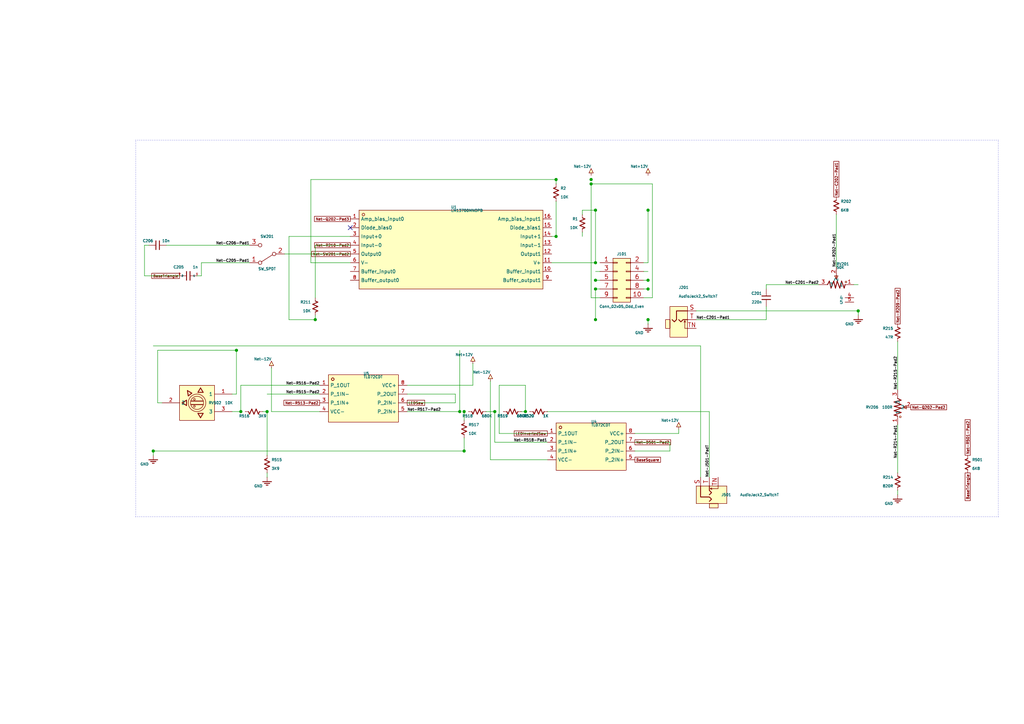
<source format=kicad_sch>
(kicad_sch (version 20230121) (generator jitx)
  (paper "A4")
  (lib_symbols
    (symbol "Net-12V" (power)
      (property "Reference" "#PWR" (at 35.0 60.0 0.0))
      (property "Value" "Net-12V" (at -2.54 2.54 0.0))
      (symbol "Net-12V_1_0"
        (pin power_in line (at 0.0 0.0 90) (length 0.0) (name "Net-12V") (number "~"))
      )
    )
    (symbol "GND" (power)
      (property "Reference" "#PWR" (at 35.0 60.0 0.0))
      (property "Value" "GND" (at -2.54 -2.54 0.0))
      (symbol "GND_1_0"
        (pin power_in line (at 0.0 0.0 270) (length 0.0) (name "GND") (number "~"))
      )
    )
    (symbol "Net+12V" (power)
      (property "Reference" "#PWR" (at 35.0 60.0 0.0))
      (property "Value" "Net+12V" (at -2.54 2.54 0.0))
      (symbol "Net+12V_1_0"
        (pin power_in line (at 0.0 0.0 90) (length 0.0) (name "Net+12V") (number "~"))
      )
    )
    (symbol "Conn_02x05_Odd_Even"
      (property "Reference" "U" (at 1.27 7.62 0.0))
      (property "Value" "Conn_02x05_Odd_Even" (at 1.27 -7.62 0.0))
      (symbol "Conn_02x05_Odd_Even_1_0"
        (pin unspecified line (at -5.08 5.08 0) (length 3.81) (name "Pin_1") (number "~"))
        (pin unspecified line (at 7.62 -5.08 180) (length 3.81) (name "Pin_10") (number "~"))
        (pin unspecified line (at 7.62 5.08 180) (length 3.81) (name "Pin_2") (number "~"))
        (pin unspecified line (at -5.08 2.54 0) (length 3.81) (name "Pin_3") (number "~"))
        (pin unspecified line (at 7.62 2.54 180) (length 3.81) (name "Pin_4") (number "~"))
        (pin unspecified line (at -5.08 0.0 0) (length 3.81) (name "Pin_5") (number "~"))
        (pin unspecified line (at 7.62 0.0 180) (length 3.81) (name "Pin_6") (number "~"))
        (pin unspecified line (at -5.08 -2.54 0) (length 3.81) (name "Pin_7") (number "~"))
        (pin unspecified line (at 7.62 -2.54 180) (length 3.81) (name "Pin_8") (number "~"))
        (pin unspecified line (at -5.08 -5.08 0) (length 3.81) (name "Pin_9") (number "~"))
      )
    )
    (symbol ""
      (property "Reference" "U" (at 2.54 1.27 0.0))
      (symbol "_1_0"
        (pin unspecified line (at 0.0 2.54 270) (length 0.0) (name "A") (number "~"))
        (pin unspecified line (at 0.0 -2.54 90) (length 0.0) (name "K") (number "~"))
        (text "" (at 0.0 0.0 0) (effects (font (size 0 0))))
        (text "" (at 0.0 0.0 0) (effects (font (size 0 0))))
      )
    )
    (symbol "Sym_1"
      (property "Reference" "U" (at 2.54 1.27 0.0))
      (property "Value" "Sym_1" (at 2.54 -1.27 0.0))
      (symbol "Sym_1_1_0"
        (pin unspecified line (at 0.0 2.54 270) (length 0.0) (name "A") (number "~"))
        (pin unspecified line (at 0.0 -2.54 90) (length 0.0) (name "K") (number "~"))
        (text "" (at 0.0 0.0 0) (effects (font (size 0 0))))
        (text "" (at 0.0 0.0 0) (effects (font (size 0 0))))
      )
    )
    (symbol "RK09K1130ACL"
      (property "Reference" "U" (at 0.0 5.54000508001016 0.0))
      (property "Value" "RK09K1130ACL" (at 0.0 4.54000508001016 0.0))
      (symbol "RK09K1130ACL_1_0"
        (pin unspecified line (at 0.0 5.08 270) (length 2.54000508001016) (name "2") (number "~"))
        (pin unspecified line (at 5.08 0.0 180) (length 2.54000508001016) (name "1") (number "~"))
        (pin unspecified line (at -5.08 0.0 0) (length 2.54000508001016) (name "3") (number "~"))
        (pin unspecified line (at 5.08 -3.81 180) (length 2.54000508001016) (name "4") (number "~"))
        (pin unspecified line (at 5.08 -5.08 180) (length 2.54000508001016) (name "5") (number "~"))
      )
    )
    (symbol "AudioJack2_SwitchT"
      (property "Reference" "U" (at 0.0 8.89 0.0))
      (property "Value" "AudioJack2_SwitchT" (at 0.0 6.35 0.0))
      (symbol "AudioJack2_SwitchT_1_0"
        (pin unspecified line (at 5.08 2.54 180) (length 2.54) (name "0") (number "~"))
        (pin unspecified line (at 5.08 0.0 180) (length 2.54) (name "1") (number "~"))
        (pin unspecified line (at 5.08 -2.54 180) (length 2.54) (name "2") (number "~"))
      )
    )
    (symbol "RK09K1130ACL_1"
      (property "Reference" "U" (at 0.0 5.54000508001016 0.0))
      (property "Value" "RK09K1130ACL_1" (at 0.0 4.54000508001016 0.0))
      (symbol "RK09K1130ACL_1_1_0"
        (pin unspecified line (at 0.0 5.08 270) (length 2.54000508001016) (name "2") (number "~"))
        (pin unspecified line (at 5.08 0.0 180) (length 2.54000508001016) (name "1") (number "~"))
        (pin unspecified line (at -5.08 0.0 0) (length 2.54000508001016) (name "3") (number "~"))
        (pin unspecified line (at 5.08 -3.81 180) (length 2.54000508001016) (name "4") (number "~"))
        (pin unspecified line (at 5.08 -5.08 180) (length 2.54000508001016) (name "5") (number "~"))
      )
    )
    (symbol "Sym3314G_1_103E"
      (property "Reference" "U" (at 0.0 8.08001016002032 0.0))
      (property "Value" "Sym3314G_1_103E" (at 0.0 7.08001016002032 0.0))
      (symbol "Sym3314G_1_103E_1_0"
        (pin unspecified line (at 2.54 -10.16 90) (length 5.08001016002032) (name "1") (number "~"))
        (pin unspecified line (at 0.0 10.16 270) (length 5.08001016002032) (name "2") (number "~"))
        (pin unspecified line (at -2.54 -10.16 90) (length 5.08001016002032) (name "3") (number "~"))
      )
    )
    (symbol "Sym2n3904S_RTK_PS_C18536"
      (property "Reference" "U" (at 0.0 5.54000508001016 0.0))
      (property "Value" "Sym2n3904S_RTK_PS_C18536" (at 0.0 4.54000508001016 0.0))
      (symbol "Sym2n3904S_RTK_PS_C18536_1_0"
        (pin unspecified line (at -2.54 0.0 0) (length 2.54000508001016) (name "B") (number "~"))
        (pin unspecified line (at 2.54 5.08 270) (length 2.54000508001016) (name "C") (number "~"))
        (pin unspecified line (at 2.54 -5.08 90) (length 2.54000508001016) (name "E") (number "~"))
      )
    )
    (symbol "RK09K1130ACL_2"
      (property "Reference" "U" (at 0.0 5.54000508001016 0.0))
      (property "Value" "RK09K1130ACL_2" (at 0.0 4.54000508001016 0.0))
      (symbol "RK09K1130ACL_2_1_0"
        (pin unspecified line (at 0.0 5.08 270) (length 2.54000508001016) (name "2") (number "~"))
        (pin unspecified line (at 5.08 0.0 180) (length 2.54000508001016) (name "1") (number "~"))
        (pin unspecified line (at -5.08 0.0 0) (length 2.54000508001016) (name "3") (number "~"))
        (pin unspecified line (at 5.08 -3.81 180) (length 2.54000508001016) (name "4") (number "~"))
        (pin unspecified line (at 5.08 -5.08 180) (length 2.54000508001016) (name "5") (number "~"))
      )
    )
    (symbol "Sym2n3904S_RTK_PS_C18536_1"
      (property "Reference" "U" (at 0.0 5.54000508001016 0.0))
      (property "Value" "Sym2n3904S_RTK_PS_C18536_1" (at 0.0 4.54000508001016 0.0))
      (symbol "Sym2n3904S_RTK_PS_C18536_1_1_0"
        (pin unspecified line (at -2.54 0.0 0) (length 2.54000508001016) (name "B") (number "~"))
        (pin unspecified line (at 2.54 5.08 270) (length 2.54000508001016) (name "C") (number "~"))
        (pin unspecified line (at 2.54 -5.08 90) (length 2.54000508001016) (name "E") (number "~"))
      )
    )
    (symbol "RK09K1130ACL_3"
      (property "Reference" "U" (at 0.0 5.54000508001016 0.0))
      (property "Value" "RK09K1130ACL_3" (at 0.0 4.54000508001016 0.0))
      (symbol "RK09K1130ACL_3_1_0"
        (pin unspecified line (at 0.0 5.08 270) (length 2.54000508001016) (name "2") (number "~"))
        (pin unspecified line (at 5.08 0.0 180) (length 2.54000508001016) (name "1") (number "~"))
        (pin unspecified line (at -5.08 0.0 0) (length 2.54000508001016) (name "3") (number "~"))
        (pin unspecified line (at 5.08 -3.81 180) (length 2.54000508001016) (name "4") (number "~"))
        (pin unspecified line (at 5.08 -5.08 180) (length 2.54000508001016) (name "5") (number "~"))
      )
    )
    (symbol "Sym2n3904S_RTK_PS_C18536_2"
      (property "Reference" "U" (at 0.0 5.54000508001016 0.0))
      (property "Value" "Sym2n3904S_RTK_PS_C18536_2" (at 0.0 4.54000508001016 0.0))
      (symbol "Sym2n3904S_RTK_PS_C18536_2_1_0"
        (pin unspecified line (at -2.54 0.0 0) (length 2.54000508001016) (name "B") (number "~"))
        (pin unspecified line (at 2.54 5.08 270) (length 2.54000508001016) (name "C") (number "~"))
        (pin unspecified line (at 2.54 -5.08 90) (length 2.54000508001016) (name "E") (number "~"))
      )
    )
    (symbol "RK09K1130ACL_4"
      (property "Reference" "U" (at 0.0 5.54000508001016 0.0))
      (property "Value" "RK09K1130ACL_4" (at 0.0 4.54000508001016 0.0))
      (symbol "RK09K1130ACL_4_1_0"
        (pin unspecified line (at 0.0 5.08 270) (length 2.54000508001016) (name "2") (number "~"))
        (pin unspecified line (at 5.08 0.0 180) (length 2.54000508001016) (name "1") (number "~"))
        (pin unspecified line (at -5.08 0.0 0) (length 2.54000508001016) (name "3") (number "~"))
        (pin unspecified line (at 5.08 -3.81 180) (length 2.54000508001016) (name "4") (number "~"))
        (pin unspecified line (at 5.08 -5.08 180) (length 2.54000508001016) (name "5") (number "~"))
      )
    )
    (symbol "RK09K1130ACL_5"
      (property "Reference" "U" (at 0.0 5.54000508001016 0.0))
      (property "Value" "RK09K1130ACL_5" (at 0.0 4.54000508001016 0.0))
      (symbol "RK09K1130ACL_5_1_0"
        (pin unspecified line (at 0.0 5.08 270) (length 2.54000508001016) (name "2") (number "~"))
        (pin unspecified line (at 5.08 0.0 180) (length 2.54000508001016) (name "1") (number "~"))
        (pin unspecified line (at -5.08 0.0 0) (length 2.54000508001016) (name "3") (number "~"))
        (pin unspecified line (at 5.08 -3.81 180) (length 2.54000508001016) (name "4") (number "~"))
        (pin unspecified line (at 5.08 -5.08 180) (length 2.54000508001016) (name "5") (number "~"))
      )
    )
    (symbol "Sym3313J_1_104E"
      (property "Reference" "U" (at 0.0 5.54000508001016 0.0))
      (property "Value" "Sym3313J_1_104E" (at 0.0 4.54000508001016 0.0))
      (symbol "Sym3313J_1_104E_1_0"
        (pin unspecified line (at -5.08 0.0 0) (length 2.54000508001016) (name "3") (number "~"))
        (pin unspecified line (at 5.08 0.0 180) (length 2.54000508001016) (name "1") (number "~"))
        (pin unspecified line (at 0.0 3.81 270) (length 1.27000254000508) (name "2") (number "~"))
      )
    )
    (symbol "Sym_2"
      (property "Reference" "U" (at 2.54 1.27 0.0))
      (property "Value" "Sym_2" (at 2.54 -1.27 0.0))
      (symbol "Sym_2_1_0"
        (pin unspecified line (at 0.0 2.54 270) (length 0.0) (name "A") (number "~"))
        (pin unspecified line (at 0.0 -2.54 90) (length 0.0) (name "K") (number "~"))
        (text "" (at 0.0 0.0 0) (effects (font (size 0 0))))
        (text "" (at 0.0 0.0 0) (effects (font (size 0 0))))
      )
    )
    (symbol "ALTIUM_POWER_ARROW"
      (property "Value" "ALTIUM_POWER_ARROW" (at 2.54 -0.508 0.0))
      (symbol "ALTIUM_POWER_ARROW_1_0"
        (pin unspecified line (at 0.0 0.0 0) (length 0.0) (name "0") (number "~"))
      )
    )
    (symbol "resistor_sym"
      (property "Reference" "U" (at 1.27 1.27 0.0))
      (property "Value" "resistor_sym" (at 1.27 -1.27 0.0))
      (symbol "resistor_sym_1_0"
        (pin unspecified line (at 0.0 -2.54 90) (length 0.0) (name "1") (number "~"))
        (pin unspecified line (at 0.0 2.54 270) (length 0.0) (name "2") (number "~"))
      )
    )
    (symbol "ALTIUM_POWER_GND_POWER"
      (property "Value" "ALTIUM_POWER_GND_POWER" (at 2.54 -1.016 0.0))
      (symbol "ALTIUM_POWER_GND_POWER_1_0"
        (pin unspecified line (at 0.0 0.0 0) (length 0.0) (name "0") (number "~"))
      )
    )
    (symbol "Sym3314G_1_103E_1"
      (property "Reference" "U" (at 0.0 8.08001016002032 0.0))
      (property "Value" "Sym3314G_1_103E_1" (at 0.0 7.08001016002032 0.0))
      (symbol "Sym3314G_1_103E_1_1_0"
        (pin unspecified line (at 2.54 -10.16 90) (length 5.08001016002032) (name "1") (number "~"))
        (pin unspecified line (at 0.0 10.16 270) (length 5.08001016002032) (name "2") (number "~"))
        (pin unspecified line (at -2.54 -10.16 90) (length 5.08001016002032) (name "3") (number "~"))
      )
    )
    (symbol "LM13700M_NOPB"
      (property "Reference" "U" (at 0.0 11.8900177800356 0.0))
      (property "Value" "LM13700M_NOPB" (at 0.0 10.8900177800356 0.0))
      (symbol "LM13700M_NOPB_1_0"
        (pin unspecified line (at -29.21 8.89 0) (length 2.54000508001016) (name "Amp_bias_input0") (number "~"))
        (pin unspecified line (at -29.21 6.35 0) (length 2.54000508001016) (name "Diode_bias0") (number "~"))
        (pin unspecified line (at -29.21 3.81 0) (length 2.54000508001016) (name "Input+0") (number "~"))
        (pin unspecified line (at -29.21 1.27 0) (length 2.54000508001016) (name "Input-0") (number "~"))
        (pin unspecified line (at -29.21 -1.27 0) (length 2.54000508001016) (name "Output0") (number "~"))
        (pin unspecified line (at -29.21 -3.81 0) (length 2.54000508001016) (name "V-") (number "~"))
        (pin unspecified line (at -29.21 -6.35 0) (length 2.54000508001016) (name "Buffer_input0") (number "~"))
        (pin unspecified line (at -29.21 -8.89 0) (length 2.54000508001016) (name "Buffer_output0") (number "~"))
        (pin unspecified line (at 29.21 -8.89 180) (length 2.54000508001016) (name "Buffer_output1") (number "~"))
        (pin unspecified line (at 29.21 -6.35 180) (length 2.54000508001016) (name "Buffer_input1") (number "~"))
        (pin unspecified line (at 29.21 -3.81 180) (length 2.54000508001016) (name "V+") (number "~"))
        (pin unspecified line (at 29.21 -1.27 180) (length 2.54000508001016) (name "Output1") (number "~"))
        (pin unspecified line (at 29.21 1.27 180) (length 2.54000508001016) (name "Input-1") (number "~"))
        (pin unspecified line (at 29.21 3.81 180) (length 2.54000508001016) (name "Input+1") (number "~"))
        (pin unspecified line (at 29.21 6.35 180) (length 2.54000508001016) (name "Diode_bias1") (number "~"))
        (pin unspecified line (at 29.21 8.89 180) (length 2.54000508001016) (name "Amp_bias_input1") (number "~"))
      )
    )
    (symbol "Sym_3"
      (property "Reference" "U" (at 2.54 1.27 0.0))
      (property "Value" "Sym_3" (at 2.54 -1.27 0.0))
      (symbol "Sym_3_1_0"
        (pin unspecified line (at 0.0 2.54 270) (length 0.0) (name "A") (number "~"))
        (pin unspecified line (at 0.0 -2.54 90) (length 0.0) (name "K") (number "~"))
        (text "" (at 0.0 0.0 0) (effects (font (size 0 0))))
        (text "" (at 0.0 0.0 0) (effects (font (size 0 0))))
      )
    )
    (symbol "Sym_4"
      (property "Reference" "U" (at 2.54 1.27 0.0))
      (property "Value" "Sym_4" (at 2.54 -1.27 0.0))
      (symbol "Sym_4_1_0"
        (pin unspecified line (at 0.0 2.54 270) (length 0.0) (name "A") (number "~"))
        (pin unspecified line (at 0.0 -2.54 90) (length 0.0) (name "K") (number "~"))
        (text "" (at 0.0 0.0 0) (effects (font (size 0 0))))
        (text "" (at 0.0 0.0 0) (effects (font (size 0 0))))
      )
    )
    (symbol "Sym_5"
      (property "Reference" "U" (at 2.54 1.27 0.0))
      (property "Value" "Sym_5" (at 2.54 -1.27 0.0))
      (symbol "Sym_5_1_0"
        (pin unspecified line (at 0.0 2.54 270) (length 0.0) (name "1") (number "~"))
        (pin unspecified line (at 0.0 -2.54 90) (length 0.0) (name "2") (number "~"))
        (text "" (at 0.0 0.0 0) (effects (font (size 0 0))))
        (text "" (at 0.0 0.0 0) (effects (font (size 0 0))))
      )
    )
    (symbol "R"
      (property "Reference" "U" (at 2.032 0.0 90.0))
      (property "Value" "R" (at 0.0 0.0 90.0))
      (symbol "R_1_0"
        (pin unspecified line (at 0.0 3.81 270) (length 1.27) (name "1") (number "~"))
        (pin unspecified line (at 0.0 -3.81 90) (length 1.27) (name "0") (number "~"))
      )
    )
    (symbol "supply_sym"
      (property "Value" "supply_sym" (at -2.54 2.54 0.0))
      (symbol "supply_sym_1_0"
        (pin unspecified line (at 0.0 0.0 90) (length 0.0) (name "0") (number "~"))
      )
    )
    (symbol "ground_sym"
      (property "Value" "ground_sym" (at -2.54 -2.54 0.0))
      (symbol "ground_sym_1_0"
        (pin unspecified line (at 0.0 0.0 270) (length 0.0) (name "0") (number "~"))
      )
    )
    (symbol "capacitor_sym"
      (property "Reference" "U" (at 1.27 1.27 0.0))
      (property "Value" "capacitor_sym" (at 1.27 -1.27 0.0))
      (symbol "capacitor_sym_1_0"
        (pin unspecified line (at 0.0 2.54 270) (length 0.0) (name "1") (number "~"))
        (pin unspecified line (at 0.0 -2.54 90) (length 0.0) (name "2") (number "~"))
      )
    )
    (symbol "Sym3314G_1_103E_2"
      (property "Reference" "U" (at 0.0 8.08001016002032 0.0))
      (property "Value" "Sym3314G_1_103E_2" (at 0.0 7.08001016002032 0.0))
      (symbol "Sym3314G_1_103E_2_1_0"
        (pin unspecified line (at 2.54 -10.16 90) (length 5.08001016002032) (name "1") (number "~"))
        (pin unspecified line (at 0.0 10.16 270) (length 5.08001016002032) (name "2") (number "~"))
        (pin unspecified line (at -2.54 -10.16 90) (length 5.08001016002032) (name "3") (number "~"))
      )
    )
    (symbol "Sym_6"
      (property "Reference" "U" (at 2.54 1.27 0.0))
      (property "Value" "Sym_6" (at 2.54 -1.27 0.0))
      (symbol "Sym_6_1_0"
        (pin unspecified line (at 0.0 2.54 270) (length 0.0) (name "A") (number "~"))
        (pin unspecified line (at 0.0 -2.54 90) (length 0.0) (name "K") (number "~"))
        (text "" (at 0.0 0.0 0) (effects (font (size 0 0))))
        (text "" (at 0.0 0.0 0) (effects (font (size 0 0))))
      )
    )
    (symbol "Sym3313J_1_101E"
      (property "Reference" "U" (at 0.0 5.54000508001016 0.0))
      (property "Value" "Sym3313J_1_101E" (at 0.0 4.54000508001016 0.0))
      (symbol "Sym3313J_1_101E_1_0"
        (pin unspecified line (at 0.0 3.81 270) (length 1.27000254000508) (name "2") (number "~"))
        (pin unspecified line (at 5.08 0.0 180) (length 2.54000508001016) (name "1") (number "~"))
        (pin unspecified line (at -5.08 0.0 0) (length 2.54000508001016) (name "3") (number "~"))
      )
    )
    (symbol "jitx_C"
      (property "Reference" "U" (at 0.635 2.54 0.0))
      (property "Value" "jitx_C" (at 0.635 -2.54 0.0))
      (symbol "jitx_C_1_0"
        (pin unspecified line (at 0.0 3.81 270) (length 2.794) (name "1") (number "~"))
        (pin unspecified line (at 0.0 -3.81 90) (length 2.794) (name "0") (number "~"))
      )
    )
    (symbol "Sym_7"
      (property "Reference" "U" (at 2.54 1.27 0.0))
      (property "Value" "Sym_7" (at 2.54 -1.27 0.0))
      (symbol "Sym_7_1_0"
        (pin unspecified line (at 0.0 2.54 270) (length 0.0) (name "A") (number "~"))
        (pin unspecified line (at 0.0 -2.54 90) (length 0.0) (name "K") (number "~"))
        (text "" (at 0.0 0.0 0) (effects (font (size 0 0))))
        (text "" (at 0.0 0.0 0) (effects (font (size 0 0))))
      )
    )
    (symbol "Sym_8"
      (property "Reference" "U" (at 2.54 1.27 0.0))
      (property "Value" "Sym_8" (at 2.54 -1.27 0.0))
      (symbol "Sym_8_1_0"
        (pin unspecified line (at 0.0 2.54 270) (length 0.0) (name "1") (number "~"))
        (pin unspecified line (at 0.0 -2.54 90) (length 0.0) (name "2") (number "~"))
        (text "" (at 0.0 0.0 0) (effects (font (size 0 0))))
        (text "" (at 0.0 0.0 0) (effects (font (size 0 0))))
      )
    )
    (symbol "Sym2n3904S_RTK_PS_C18536_3"
      (property "Reference" "U" (at 0.0 5.54000508001016 0.0))
      (property "Value" "Sym2n3904S_RTK_PS_C18536_3" (at 0.0 4.54000508001016 0.0))
      (symbol "Sym2n3904S_RTK_PS_C18536_3_1_0"
        (pin unspecified line (at -2.54 0.0 0) (length 2.54000508001016) (name "B") (number "~"))
        (pin unspecified line (at 2.54 5.08 270) (length 2.54000508001016) (name "C") (number "~"))
        (pin unspecified line (at 2.54 -5.08 90) (length 2.54000508001016) (name "E") (number "~"))
      )
    )
    (symbol "Sym2n3904S_RTK_PS_C18536_4"
      (property "Reference" "U" (at 0.0 5.54000508001016 0.0))
      (property "Value" "Sym2n3904S_RTK_PS_C18536_4" (at 0.0 4.54000508001016 0.0))
      (symbol "Sym2n3904S_RTK_PS_C18536_4_1_0"
        (pin unspecified line (at -2.54 0.0 0) (length 2.54000508001016) (name "B") (number "~"))
        (pin unspecified line (at 2.54 5.08 270) (length 2.54000508001016) (name "C") (number "~"))
        (pin unspecified line (at 2.54 -5.08 90) (length 2.54000508001016) (name "E") (number "~"))
      )
    )
    (symbol "Sym2n3904S_RTK_PS_C18536_5"
      (property "Reference" "U" (at 0.0 5.54000508001016 0.0))
      (property "Value" "Sym2n3904S_RTK_PS_C18536_5" (at 0.0 4.54000508001016 0.0))
      (symbol "Sym2n3904S_RTK_PS_C18536_5_1_0"
        (pin unspecified line (at -2.54 0.0 0) (length 2.54000508001016) (name "B") (number "~"))
        (pin unspecified line (at 2.54 5.08 270) (length 2.54000508001016) (name "C") (number "~"))
        (pin unspecified line (at 2.54 -5.08 90) (length 2.54000508001016) (name "E") (number "~"))
      )
    )
    (symbol "Sym3314G_1_103E_3"
      (property "Reference" "U" (at 0.0 8.08001016002032 0.0))
      (property "Value" "Sym3314G_1_103E_3" (at 0.0 7.08001016002032 0.0))
      (symbol "Sym3314G_1_103E_3_1_0"
        (pin unspecified line (at 2.54 -10.16 90) (length 5.08001016002032) (name "1") (number "~"))
        (pin unspecified line (at 0.0 10.16 270) (length 5.08001016002032) (name "2") (number "~"))
        (pin unspecified line (at -2.54 -10.16 90) (length 5.08001016002032) (name "3") (number "~"))
      )
    )
    (symbol "TL072CDT"
      (property "Reference" "U" (at 0.0 6.81000762001524 0.0))
      (property "Value" "TL072CDT" (at 0.0 5.81000762001524 0.0))
      (symbol "TL072CDT_1_0"
        (pin unspecified line (at -12.7 3.81 0) (length 2.54000508001016) (name "P_1OUT") (number "~"))
        (pin unspecified line (at -12.7 1.27 0) (length 2.54000508001016) (name "P_1IN-") (number "~"))
        (pin unspecified line (at -12.7 -1.27 0) (length 2.54000508001016) (name "P_1IN+") (number "~"))
        (pin unspecified line (at -12.7 -3.81 0) (length 2.54000508001016) (name "VCC-") (number "~"))
        (pin unspecified line (at 12.7 -3.81 180) (length 2.54000508001016) (name "P_2IN+") (number "~"))
        (pin unspecified line (at 12.7 -1.27 180) (length 2.54000508001016) (name "P_2IN-") (number "~"))
        (pin unspecified line (at 12.7 1.27 180) (length 2.54000508001016) (name "P_2OUT") (number "~"))
        (pin unspecified line (at 12.7 3.81 180) (length 2.54000508001016) (name "VCC+") (number "~"))
      )
    )
    (symbol "MMDT3906"
      (property "Reference" "U" (at 0.0 5.54000508001016 0.0))
      (property "Value" "MMDT3906" (at 0.0 4.54000508001016 0.0))
      (symbol "MMDT3906_1_0"
        (pin unspecified line (at -7.62 2.54 0) (length 2.54000508001016) (name "E1") (number "~"))
        (pin unspecified line (at -7.62 0.0 0) (length 2.54000508001016) (name "B1") (number "~"))
        (pin unspecified line (at -7.62 -2.54 0) (length 2.54000508001016) (name "C2") (number "~"))
        (pin unspecified line (at 7.62 -2.54 180) (length 2.54000508001016) (name "E2") (number "~"))
        (pin unspecified line (at 7.62 0.0 180) (length 2.54000508001016) (name "B2") (number "~"))
        (pin unspecified line (at 7.62 2.54 180) (length 2.54000508001016) (name "C1") (number "~"))
      )
    )
    (symbol "SW_SPDT"
      (property "Reference" "U" (at 0.0 4.318 0.0))
      (property "Value" "SW_SPDT" (at 0.0 -5.08 0.0))
      (symbol "SW_SPDT_1_0"
        (pin unspecified line (at 5.08 2.54 180) (length 2.54) (name "A") (number "~"))
        (pin unspecified line (at -5.08 0.0 0) (length 2.54) (name "B") (number "~"))
        (pin unspecified line (at 5.08 -2.54 180) (length 2.54) (name "C") (number "~"))
      )
    )
    (symbol "Sym_9"
      (property "Reference" "U" (at 2.54 1.27 0.0))
      (property "Value" "Sym_9" (at 2.54 -1.27 0.0))
      (symbol "Sym_9_1_0"
        (pin unspecified line (at 0.0 2.54 270) (length 0.0) (name "A") (number "~"))
        (pin unspecified line (at 0.0 -2.54 90) (length 0.0) (name "K") (number "~"))
        (text "" (at 0.0 0.0 0) (effects (font (size 0 0))))
        (text "" (at 0.0 0.0 0) (effects (font (size 0 0))))
      )
    )
    (symbol "Sym_10"
      (property "Reference" "U" (at 2.54 1.27 0.0))
      (property "Value" "Sym_10" (at 2.54 -1.27 0.0))
      (symbol "Sym_10_1_0"
        (pin unspecified line (at 0.0 2.54 270) (length 0.0) (name "A") (number "~"))
        (pin unspecified line (at 0.0 -2.54 90) (length 0.0) (name "K") (number "~"))
        (text "" (at 0.0 0.0 0) (effects (font (size 0 0))))
        (text "" (at 0.0 0.0 0) (effects (font (size 0 0))))
      )
    )
    (symbol "Sym3314G_1_103E_4"
      (property "Reference" "U" (at 0.0 8.08001016002032 0.0))
      (property "Value" "Sym3314G_1_103E_4" (at 0.0 7.08001016002032 0.0))
      (symbol "Sym3314G_1_103E_4_1_0"
        (pin unspecified line (at 2.54 -10.16 90) (length 5.08001016002032) (name "1") (number "~"))
        (pin unspecified line (at 0.0 10.16 270) (length 5.08001016002032) (name "2") (number "~"))
        (pin unspecified line (at -2.54 -10.16 90) (length 5.08001016002032) (name "3") (number "~"))
      )
    )
    (symbol "Sym3314G_1_103E_5"
      (property "Reference" "U" (at 0.0 8.08001016002032 0.0))
      (property "Value" "Sym3314G_1_103E_5" (at 0.0 7.08001016002032 0.0))
      (symbol "Sym3314G_1_103E_5_1_0"
        (pin unspecified line (at 2.54 -10.16 90) (length 5.08001016002032) (name "1") (number "~"))
        (pin unspecified line (at 0.0 10.16 270) (length 5.08001016002032) (name "2") (number "~"))
        (pin unspecified line (at -2.54 -10.16 90) (length 5.08001016002032) (name "3") (number "~"))
      )
    )
    (symbol "component"
      (property "Reference" "U" (at 1.27 7.62 0.0))
      (property "Value" "component" (at 1.27 -7.62 0.0))
      (symbol "component_1_0"
        (pin unspecified line (at -5.08 5.08 0) (length 3.81) (name "Pin_1") (number "1"))
        (pin unspecified line (at 7.62 -5.08 180) (length 3.81) (name "Pin_10") (number "10"))
        (pin unspecified line (at 7.62 5.08 180) (length 3.81) (name "Pin_2") (number "2"))
        (pin unspecified line (at -5.08 2.54 0) (length 3.81) (name "Pin_3") (number "3"))
        (pin unspecified line (at 7.62 2.54 180) (length 3.81) (name "Pin_4") (number "4"))
        (pin unspecified line (at -5.08 0.0 0) (length 3.81) (name "Pin_5") (number "5"))
        (pin unspecified line (at 7.62 0.0 180) (length 3.81) (name "Pin_6") (number "6"))
        (pin unspecified line (at -5.08 -2.54 0) (length 3.81) (name "Pin_7") (number "7"))
        (pin unspecified line (at 7.62 -2.54 180) (length 3.81) (name "Pin_8") (number "8"))
        (pin unspecified line (at -5.08 -5.08 0) (length 3.81) (name "Pin_9") (number "9"))
      )
    )
    (symbol "C909967"
      (property "Reference" "D" (at 2.54 1.27 0.0))
      (property "Value" "C909967" (at 2.54 -1.27 0.0))
      (symbol "C909967_1_0"
        (pin unspecified line (at 0.0 2.54 270) (length 0.0) (name "A") (number "2"))
        (pin unspecified line (at 0.0 -2.54 90) (length 0.0) (name "K") (number "1"))
        (text "" (at 0.0 0.0 0) (effects (font (size 0 0))))
        (text "" (at 0.0 0.0 0) (effects (font (size 0 0))))
      )
    )
    (symbol "component_1"
      (property "Reference" "U" (at 2.032 0.0 90.0))
      (property "Value" "component_1" (at 0.0 0.0 90.0))
      (symbol "component_1_1_0"
        (pin unspecified line (at 0.0 3.81 270) (length 1.27) (name "1") (number "1"))
        (pin unspecified line (at 0.0 -3.81 90) (length 1.27) (name "0") (number "2"))
      )
    )
    (symbol "component_2"
      (property "Reference" "U" (at 2.032 0.0 90.0))
      (property "Value" "component_2" (at 0.0 0.0 90.0))
      (symbol "component_2_1_0"
        (pin unspecified line (at 0.0 3.81 270) (length 1.27) (name "1") (number "1"))
        (pin unspecified line (at 0.0 -3.81 90) (length 1.27) (name "0") (number "2"))
      )
    )
    (symbol "component_3"
      (property "Reference" "U" (at 2.032 0.0 90.0))
      (property "Value" "component_3" (at 0.0 0.0 90.0))
      (symbol "component_3_1_0"
        (pin unspecified line (at 0.0 3.81 270) (length 1.27) (name "1") (number "1"))
        (pin unspecified line (at 0.0 -3.81 90) (length 1.27) (name "0") (number "2"))
      )
    )
    (symbol "my_resistor"
      (property "Reference" "R" (at 1.27 1.27 0.0))
      (property "Value" "my_resistor" (at 1.27 -1.27 0.0))
      (symbol "my_resistor_1_0"
        (pin unspecified line (at 0.0 -2.54 90) (length 0.0) (name "1") (number "1"))
        (pin unspecified line (at 0.0 2.54 270) (length 0.0) (name "2") (number "2"))
      )
    )
    (symbol "component_4"
      (property "Reference" "U" (at 2.032 0.0 90.0))
      (property "Value" "component_4" (at 0.0 0.0 90.0))
      (symbol "component_4_1_0"
        (pin unspecified line (at 0.0 3.81 270) (length 1.27) (name "1") (number "1"))
        (pin unspecified line (at 0.0 -3.81 90) (length 1.27) (name "0") (number "2"))
      )
    )
    (symbol "my_resistor_1"
      (property "Reference" "R" (at 1.27 1.27 0.0))
      (property "Value" "my_resistor_1" (at 1.27 -1.27 0.0))
      (symbol "my_resistor_1_1_0"
        (pin unspecified line (at 0.0 -2.54 90) (length 0.0) (name "1") (number "1"))
        (pin unspecified line (at 0.0 2.54 270) (length 0.0) (name "2") (number "2"))
      )
    )
    (symbol "my_capacitor"
      (property "Reference" "C" (at 1.27 1.27 0.0))
      (property "Value" "my_capacitor" (at 1.27 -1.27 0.0))
      (symbol "my_capacitor_1_0"
        (pin unspecified line (at 0.0 2.54 270) (length 0.0) (name "1") (number "1"))
        (pin unspecified line (at 0.0 -2.54 90) (length 0.0) (name "2") (number "2"))
      )
    )
    (symbol "my_resistor_2"
      (property "Reference" "R" (at 1.27 1.27 0.0))
      (property "Value" "my_resistor_2" (at 1.27 -1.27 0.0))
      (symbol "my_resistor_2_1_0"
        (pin unspecified line (at 0.0 -2.54 90) (length 0.0) (name "1") (number "1"))
        (pin unspecified line (at 0.0 2.54 270) (length 0.0) (name "2") (number "2"))
      )
    )
    (symbol "C124614"
      (property "Reference" "R" (at 0.0 5.54000508001016 0.0))
      (property "Value" "C124614" (at 0.0 4.54000508001016 0.0))
      (symbol "C124614_1_0"
        (pin unspecified line (at 0.0 3.81 270) (length 1.27000254000508) (name "2") (number "2"))
        (pin unspecified line (at 5.08 0.0 180) (length 2.54000508001016) (name "1") (number "1"))
        (pin unspecified line (at -5.08 0.0 0) (length 2.54000508001016) (name "3") (number "3"))
      )
    )
    (symbol "C780220"
      (property "Reference" "D" (at 0.0 8.08001016002032 0.0))
      (property "Value" "C780220" (at 0.0 7.08001016002032 0.0))
      (symbol "C780220_1_0"
        (pin unspecified line (at 2.54 -10.16 90) (length 5.08001016002032) (name "1") (number "1"))
        (pin unspecified line (at 0.0 10.16 270) (length 5.08001016002032) (name "2") (number "2"))
        (pin unspecified line (at -2.54 -10.16 90) (length 5.08001016002032) (name "3") (number "3"))
      )
    )
    (symbol "component_5"
      (property "Reference" "U" (at 0.0 8.89 0.0))
      (property "Value" "component_5" (at 0.0 6.35 0.0))
      (symbol "component_5_1_0"
        (pin unspecified line (at 5.08 2.54 180) (length 2.54) (name "0") (number "S"))
        (pin unspecified line (at 5.08 0.0 180) (length 2.54) (name "1") (number "T"))
        (pin unspecified line (at 5.08 -2.54 180) (length 2.54) (name "2") (number "TN"))
      )
    )
    (symbol "component_6"
      (property "Reference" "U" (at 2.032 0.0 90.0))
      (property "Value" "component_6" (at 0.0 0.0 90.0))
      (symbol "component_6_1_0"
        (pin unspecified line (at 0.0 3.81 270) (length 1.27) (name "1") (number "1"))
        (pin unspecified line (at 0.0 -3.81 90) (length 1.27) (name "0") (number "2"))
      )
    )
    (symbol "component_7"
      (property "Reference" "U" (at 0.0 8.89 0.0))
      (property "Value" "component_7" (at 0.0 6.35 0.0))
      (symbol "component_7_1_0"
        (pin unspecified line (at 5.08 2.54 180) (length 2.54) (name "0") (number "S"))
        (pin unspecified line (at 5.08 0.0 180) (length 2.54) (name "1") (number "T"))
        (pin unspecified line (at 5.08 -2.54 180) (length 2.54) (name "2") (number "TN"))
      )
    )
    (symbol "component_8"
      (property "Reference" "U" (at 0.0 8.89 0.0))
      (property "Value" "component_8" (at 0.0 6.35 0.0))
      (symbol "component_8_1_0"
        (pin unspecified line (at 5.08 2.54 180) (length 2.54) (name "0") (number "S"))
        (pin unspecified line (at 5.08 0.0 180) (length 2.54) (name "1") (number "T"))
        (pin unspecified line (at 5.08 -2.54 180) (length 2.54) (name "2") (number "TN"))
      )
    )
    (symbol "component_9"
      (property "Reference" "U" (at 0.0 8.89 0.0))
      (property "Value" "component_9" (at 0.0 6.35 0.0))
      (symbol "component_9_1_0"
        (pin unspecified line (at 5.08 2.54 180) (length 2.54) (name "0") (number "S"))
        (pin unspecified line (at 5.08 0.0 180) (length 2.54) (name "1") (number "T"))
        (pin unspecified line (at 5.08 -2.54 180) (length 2.54) (name "2") (number "TN"))
      )
    )
    (symbol "my_resistor_3"
      (property "Reference" "R" (at 1.27 1.27 0.0))
      (property "Value" "my_resistor_3" (at 1.27 -1.27 0.0))
      (symbol "my_resistor_3_1_0"
        (pin unspecified line (at 0.0 -2.54 90) (length 0.0) (name "1") (number "1"))
        (pin unspecified line (at 0.0 2.54 270) (length 0.0) (name "2") (number "2"))
      )
    )
    (symbol "C178413"
      (property "Reference" "C" (at 2.54 1.27 0.0))
      (property "Value" "C178413" (at 2.54 -1.27 0.0))
      (symbol "C178413_1_0"
        (pin unspecified line (at 0.0 2.54 270) (length 0.0) (name "1") (number "1"))
        (pin unspecified line (at 0.0 -2.54 90) (length 0.0) (name "2") (number "2"))
        (text "" (at 0.0 0.0 0) (effects (font (size 0 0))))
        (text "" (at 0.0 0.0 0) (effects (font (size 0 0))))
      )
    )
    (symbol "component_10"
      (property "Reference" "U" (at 0.0 8.89 0.0))
      (property "Value" "component_10" (at 0.0 6.35 0.0))
      (symbol "component_10_1_0"
        (pin unspecified line (at 5.08 2.54 180) (length 2.54) (name "0") (number "S"))
        (pin unspecified line (at 5.08 0.0 180) (length 2.54) (name "1") (number "T"))
        (pin unspecified line (at 5.08 -2.54 180) (length 2.54) (name "2") (number "TN"))
      )
    )
    (symbol "C130719"
      (property "Reference" "LED" (at 2.54 1.27 0.0))
      (property "Value" "C130719" (at 2.54 -1.27 0.0))
      (symbol "C130719_1_0"
        (pin unspecified line (at 0.0 2.54 270) (length 0.0) (name "A") (number "2"))
        (pin unspecified line (at 0.0 -2.54 90) (length 0.0) (name "K") (number "1"))
        (text "" (at 0.0 0.0 0) (effects (font (size 0 0))))
        (text "" (at 0.0 0.0 0) (effects (font (size 0 0))))
      )
    )
    (symbol "my_resistor_4"
      (property "Reference" "R" (at 1.27 1.27 0.0))
      (property "Value" "my_resistor_4" (at 1.27 -1.27 0.0))
      (symbol "my_resistor_4_1_0"
        (pin unspecified line (at 0.0 -2.54 90) (length 0.0) (name "1") (number "1"))
        (pin unspecified line (at 0.0 2.54 270) (length 0.0) (name "2") (number "2"))
      )
    )
    (symbol "component_11"
      (property "Reference" "U" (at 0.0 8.89 0.0))
      (property "Value" "component_11" (at 0.0 6.35 0.0))
      (symbol "component_11_1_0"
        (pin unspecified line (at 5.08 2.54 180) (length 2.54) (name "0") (number "S"))
        (pin unspecified line (at 5.08 0.0 180) (length 2.54) (name "1") (number "T"))
        (pin unspecified line (at 5.08 -2.54 180) (length 2.54) (name "2") (number "TN"))
      )
    )
    (symbol "my_resistor_5"
      (property "Reference" "R" (at 1.27 1.27 0.0))
      (property "Value" "my_resistor_5" (at 1.27 -1.27 0.0))
      (symbol "my_resistor_5_1_0"
        (pin unspecified line (at 0.0 -2.54 90) (length 0.0) (name "1") (number "1"))
        (pin unspecified line (at 0.0 2.54 270) (length 0.0) (name "2") (number "2"))
      )
    )
    (symbol "component_12"
      (property "Reference" "U" (at 0.0 8.89 0.0))
      (property "Value" "component_12" (at 0.0 6.35 0.0))
      (symbol "component_12_1_0"
        (pin unspecified line (at 5.08 2.54 180) (length 2.54) (name "0") (number "S"))
        (pin unspecified line (at 5.08 0.0 180) (length 2.54) (name "1") (number "T"))
        (pin unspecified line (at 5.08 -2.54 180) (length 2.54) (name "2") (number "TN"))
      )
    )
    (symbol "component_13"
      (property "Reference" "U" (at 0.0 8.89 0.0))
      (property "Value" "component_13" (at 0.0 6.35 0.0))
      (symbol "component_13_1_0"
        (pin unspecified line (at 5.08 2.54 180) (length 2.54) (name "0") (number "S"))
        (pin unspecified line (at 5.08 0.0 180) (length 2.54) (name "1") (number "T"))
        (pin unspecified line (at 5.08 -2.54 180) (length 2.54) (name "2") (number "TN"))
      )
    )
    (symbol "C20534"
      (property "Reference" "Q" (at 0.0 5.54000508001016 0.0))
      (property "Value" "C20534" (at 0.0 4.54000508001016 0.0))
      (symbol "C20534_1_0"
        (pin unspecified line (at -7.62 2.54 0) (length 2.54000508001016) (name "E1") (number "1"))
        (pin unspecified line (at -7.62 0.0 0) (length 2.54000508001016) (name "B1") (number "2"))
        (pin unspecified line (at -7.62 -2.54 0) (length 2.54000508001016) (name "C2") (number "3"))
        (pin unspecified line (at 7.62 -2.54 180) (length 2.54000508001016) (name "E2") (number "4"))
        (pin unspecified line (at 7.62 0.0 180) (length 2.54000508001016) (name "B2") (number "5"))
        (pin unspecified line (at 7.62 2.54 180) (length 2.54000508001016) (name "C1") (number "6"))
      )
    )
    (symbol "my_resistor_6"
      (property "Reference" "R" (at 1.27 1.27 0.0))
      (property "Value" "my_resistor_6" (at 1.27 -1.27 0.0))
      (symbol "my_resistor_6_1_0"
        (pin unspecified line (at 0.0 -2.54 90) (length 0.0) (name "1") (number "1"))
        (pin unspecified line (at 0.0 2.54 270) (length 0.0) (name "2") (number "2"))
      )
    )
    (symbol "component_14"
      (property "Reference" "U" (at 2.032 0.0 90.0))
      (property "Value" "component_14" (at 0.0 0.0 90.0))
      (symbol "component_14_1_0"
        (pin unspecified line (at 0.0 3.81 270) (length 1.27) (name "1") (number "1"))
        (pin unspecified line (at 0.0 -3.81 90) (length 1.27) (name "0") (number "2"))
      )
    )
    (symbol "my_resistor_7"
      (property "Reference" "R" (at 1.27 1.27 0.0))
      (property "Value" "my_resistor_7" (at 1.27 -1.27 0.0))
      (symbol "my_resistor_7_1_0"
        (pin unspecified line (at 0.0 -2.54 90) (length 0.0) (name "1") (number "1"))
        (pin unspecified line (at 0.0 2.54 270) (length 0.0) (name "2") (number "2"))
      )
    )
    (symbol "component_15"
      (property "Reference" "U" (at 2.032 0.0 90.0))
      (property "Value" "component_15" (at 0.0 0.0 90.0))
      (symbol "component_15_1_0"
        (pin unspecified line (at 0.0 3.81 270) (length 1.27) (name "1") (number "1"))
        (pin unspecified line (at 0.0 -3.81 90) (length 1.27) (name "0") (number "2"))
      )
    )
    (symbol "my_resistor_8"
      (property "Reference" "R" (at 1.27 1.27 0.0))
      (property "Value" "my_resistor_8" (at 1.27 -1.27 0.0))
      (symbol "my_resistor_8_1_0"
        (pin unspecified line (at 0.0 -2.54 90) (length 0.0) (name "1") (number "1"))
        (pin unspecified line (at 0.0 2.54 270) (length 0.0) (name "2") (number "2"))
      )
    )
    (symbol "component_16"
      (property "Reference" "U" (at 2.032 0.0 90.0))
      (property "Value" "component_16" (at 0.0 0.0 90.0))
      (symbol "component_16_1_0"
        (pin unspecified line (at 0.0 3.81 270) (length 1.27) (name "1") (number "1"))
        (pin unspecified line (at 0.0 -3.81 90) (length 1.27) (name "0") (number "2"))
      )
    )
    (symbol "component_17"
      (property "Reference" "U" (at 2.032 0.0 90.0))
      (property "Value" "component_17" (at 0.0 0.0 90.0))
      (symbol "component_17_1_0"
        (pin unspecified line (at 0.0 3.81 270) (length 1.27) (name "1") (number "1"))
        (pin unspecified line (at 0.0 -3.81 90) (length 1.27) (name "0") (number "2"))
      )
    )
    (symbol "component_18"
      (property "Reference" "U" (at 0.0 8.89 0.0))
      (property "Value" "component_18" (at 0.0 6.35 0.0))
      (symbol "component_18_1_0"
        (pin unspecified line (at 5.08 2.54 180) (length 2.54) (name "0") (number "S"))
        (pin unspecified line (at 5.08 0.0 180) (length 2.54) (name "1") (number "T"))
        (pin unspecified line (at 5.08 -2.54 180) (length 2.54) (name "2") (number "TN"))
      )
    )
    (symbol "C470291"
      (property "Reference" "R" (at 0.0 5.54000508001016 0.0))
      (property "Value" "C470291" (at 0.0 4.54000508001016 0.0))
      (symbol "C470291_1_0"
        (pin unspecified line (at 0.0 5.08 270) (length 2.54000508001016) (name "2") (number "2"))
        (pin unspecified line (at 5.08 0.0 180) (length 2.54000508001016) (name "1") (number "1"))
        (pin unspecified line (at -5.08 0.0 0) (length 2.54000508001016) (name "3") (number "3"))
        (pin unspecified line (at 5.08 -3.81 180) (length 2.54000508001016) (name "4") (number "4"))
        (pin unspecified line (at 5.08 -5.08 180) (length 2.54000508001016) (name "5") (number "5"))
      )
    )
    (symbol "component_19"
      (property "Reference" "U" (at 2.032 0.0 90.0))
      (property "Value" "component_19" (at 0.0 0.0 90.0))
      (symbol "component_19_1_0"
        (pin unspecified line (at 0.0 3.81 270) (length 1.27) (name "1") (number "1"))
        (pin unspecified line (at 0.0 -3.81 90) (length 1.27) (name "0") (number "2"))
      )
    )
    (symbol "component_20"
      (property "Reference" "U" (at 2.032 0.0 90.0))
      (property "Value" "component_20" (at 0.0 0.0 90.0))
      (symbol "component_20_1_0"
        (pin unspecified line (at 0.0 3.81 270) (length 1.27) (name "1") (number "1"))
        (pin unspecified line (at 0.0 -3.81 90) (length 1.27) (name "0") (number "2"))
      )
    )
    (symbol "my_resistor_9"
      (property "Reference" "R" (at 1.27 1.27 0.0))
      (property "Value" "my_resistor_9" (at 1.27 -1.27 0.0))
      (symbol "my_resistor_9_1_0"
        (pin unspecified line (at 0.0 -2.54 90) (length 0.0) (name "1") (number "1"))
        (pin unspecified line (at 0.0 2.54 270) (length 0.0) (name "2") (number "2"))
      )
    )
    (symbol "my_resistor_10"
      (property "Reference" "R" (at 1.27 1.27 0.0))
      (property "Value" "my_resistor_10" (at 1.27 -1.27 0.0))
      (symbol "my_resistor_10_1_0"
        (pin unspecified line (at 0.0 -2.54 90) (length 0.0) (name "1") (number "1"))
        (pin unspecified line (at 0.0 2.54 270) (length 0.0) (name "2") (number "2"))
      )
    )
    (symbol "C2474"
      (property "Reference" "D" (at 2.54 1.27 0.0))
      (property "Value" "C2474" (at 2.54 -1.27 0.0))
      (symbol "C2474_1_0"
        (pin unspecified line (at 0.0 2.54 270) (length 0.0) (name "A") (number "1"))
        (pin unspecified line (at 0.0 -2.54 90) (length 0.0) (name "K") (number "2"))
        (text "" (at 0.0 0.0 0) (effects (font (size 0 0))))
        (text "" (at 0.0 0.0 0) (effects (font (size 0 0))))
      )
    )
    (symbol "my_resistor_11"
      (property "Reference" "R" (at 1.27 1.27 0.0))
      (property "Value" "my_resistor_11" (at 1.27 -1.27 0.0))
      (symbol "my_resistor_11_1_0"
        (pin unspecified line (at 0.0 -2.54 90) (length 0.0) (name "1") (number "1"))
        (pin unspecified line (at 0.0 2.54 270) (length 0.0) (name "2") (number "2"))
      )
    )
    (symbol "my_resistor_12"
      (property "Reference" "R" (at 1.27 1.27 0.0))
      (property "Value" "my_resistor_12" (at 1.27 -1.27 0.0))
      (symbol "my_resistor_12_1_0"
        (pin unspecified line (at 0.0 -2.54 90) (length 0.0) (name "1") (number "1"))
        (pin unspecified line (at 0.0 2.54 270) (length 0.0) (name "2") (number "2"))
      )
    )
    (symbol "my_resistor_13"
      (property "Reference" "R" (at 1.27 1.27 0.0))
      (property "Value" "my_resistor_13" (at 1.27 -1.27 0.0))
      (symbol "my_resistor_13_1_0"
        (pin unspecified line (at 0.0 -2.54 90) (length 0.0) (name "1") (number "1"))
        (pin unspecified line (at 0.0 2.54 270) (length 0.0) (name "2") (number "2"))
      )
    )
    (symbol "C130719_1"
      (property "Reference" "LED" (at 2.54 1.27 0.0))
      (property "Value" "C130719_1" (at 2.54 -1.27 0.0))
      (symbol "C130719_1_1_0"
        (pin unspecified line (at 0.0 2.54 270) (length 0.0) (name "A") (number "2"))
        (pin unspecified line (at 0.0 -2.54 90) (length 0.0) (name "K") (number "1"))
        (text "" (at 0.0 0.0 0) (effects (font (size 0 0))))
        (text "" (at 0.0 0.0 0) (effects (font (size 0 0))))
      )
    )
    (symbol "my_resistor_14"
      (property "Reference" "R" (at 1.27 1.27 0.0))
      (property "Value" "my_resistor_14" (at 1.27 -1.27 0.0))
      (symbol "my_resistor_14_1_0"
        (pin unspecified line (at 0.0 -2.54 90) (length 0.0) (name "1") (number "1"))
        (pin unspecified line (at 0.0 2.54 270) (length 0.0) (name "2") (number "2"))
      )
    )
    (symbol "my_resistor_15"
      (property "Reference" "R" (at 1.27 1.27 0.0))
      (property "Value" "my_resistor_15" (at 1.27 -1.27 0.0))
      (symbol "my_resistor_15_1_0"
        (pin unspecified line (at 0.0 -2.54 90) (length 0.0) (name "1") (number "1"))
        (pin unspecified line (at 0.0 2.54 270) (length 0.0) (name "2") (number "2"))
      )
    )
    (symbol "C89235"
      (property "Reference" "R" (at 0.0 5.54000508001016 0.0))
      (property "Value" "C89235" (at 0.0 4.54000508001016 0.0))
      (symbol "C89235_1_0"
        (pin unspecified line (at -5.08 0.0 0) (length 2.54000508001016) (name "3") (number "3"))
        (pin unspecified line (at 5.08 0.0 180) (length 2.54000508001016) (name "1") (number "1"))
        (pin unspecified line (at 0.0 3.81 270) (length 1.27000254000508) (name "2") (number "2"))
      )
    )
    (symbol "my_capacitor_1"
      (property "Reference" "C" (at 1.27 1.27 0.0))
      (property "Value" "my_capacitor_1" (at 1.27 -1.27 0.0))
      (symbol "my_capacitor_1_1_0"
        (pin unspecified line (at 0.0 2.54 270) (length 0.0) (name "1") (number "1"))
        (pin unspecified line (at 0.0 -2.54 90) (length 0.0) (name "2") (number "2"))
      )
    )
    (symbol "my_resistor_16"
      (property "Reference" "R" (at 1.27 1.27 0.0))
      (property "Value" "my_resistor_16" (at 1.27 -1.27 0.0))
      (symbol "my_resistor_16_1_0"
        (pin unspecified line (at 0.0 -2.54 90) (length 0.0) (name "1") (number "1"))
        (pin unspecified line (at 0.0 2.54 270) (length 0.0) (name "2") (number "2"))
      )
    )
    (symbol "my_resistor_17"
      (property "Reference" "R" (at 1.27 1.27 0.0))
      (property "Value" "my_resistor_17" (at 1.27 -1.27 0.0))
      (symbol "my_resistor_17_1_0"
        (pin unspecified line (at 0.0 -2.54 90) (length 0.0) (name "1") (number "1"))
        (pin unspecified line (at 0.0 2.54 270) (length 0.0) (name "2") (number "2"))
      )
    )
    (symbol "my_resistor_18"
      (property "Reference" "R" (at 1.27 1.27 0.0))
      (property "Value" "my_resistor_18" (at 1.27 -1.27 0.0))
      (symbol "my_resistor_18_1_0"
        (pin unspecified line (at 0.0 -2.54 90) (length 0.0) (name "1") (number "1"))
        (pin unspecified line (at 0.0 2.54 270) (length 0.0) (name "2") (number "2"))
      )
    )
    (symbol "my_capacitor_2"
      (property "Reference" "C" (at 1.27 1.27 0.0))
      (property "Value" "my_capacitor_2" (at 1.27 -1.27 0.0))
      (symbol "my_capacitor_2_1_0"
        (pin unspecified line (at 0.0 2.54 270) (length 0.0) (name "1") (number "1"))
        (pin unspecified line (at 0.0 -2.54 90) (length 0.0) (name "2") (number "2"))
      )
    )
    (symbol "C780220_1"
      (property "Reference" "D" (at 0.0 8.08001016002032 0.0))
      (property "Value" "C780220_1" (at 0.0 7.08001016002032 0.0))
      (symbol "C780220_1_1_0"
        (pin unspecified line (at 2.54 -10.16 90) (length 5.08001016002032) (name "1") (number "1"))
        (pin unspecified line (at 0.0 10.16 270) (length 5.08001016002032) (name "2") (number "2"))
        (pin unspecified line (at -2.54 -10.16 90) (length 5.08001016002032) (name "3") (number "3"))
      )
    )
    (symbol "my_resistor_19"
      (property "Reference" "R" (at 1.27 1.27 0.0))
      (property "Value" "my_resistor_19" (at 1.27 -1.27 0.0))
      (symbol "my_resistor_19_1_0"
        (pin unspecified line (at 0.0 -2.54 90) (length 0.0) (name "1") (number "1"))
        (pin unspecified line (at 0.0 2.54 270) (length 0.0) (name "2") (number "2"))
      )
    )
    (symbol "C2474_1"
      (property "Reference" "D" (at 2.54 1.27 0.0))
      (property "Value" "C2474_1" (at 2.54 -1.27 0.0))
      (symbol "C2474_1_1_0"
        (pin unspecified line (at 0.0 2.54 270) (length 0.0) (name "A") (number "1"))
        (pin unspecified line (at 0.0 -2.54 90) (length 0.0) (name "K") (number "2"))
        (text "" (at 0.0 0.0 0) (effects (font (size 0 0))))
        (text "" (at 0.0 0.0 0) (effects (font (size 0 0))))
      )
    )
    (symbol "my_resistor_20"
      (property "Reference" "R" (at 1.27 1.27 0.0))
      (property "Value" "my_resistor_20" (at 1.27 -1.27 0.0))
      (symbol "my_resistor_20_1_0"
        (pin unspecified line (at 0.0 -2.54 90) (length 0.0) (name "1") (number "1"))
        (pin unspecified line (at 0.0 2.54 270) (length 0.0) (name "2") (number "2"))
      )
    )
    (symbol "C178413_1"
      (property "Reference" "C" (at 2.54 1.27 0.0))
      (property "Value" "C178413_1" (at 2.54 -1.27 0.0))
      (symbol "C178413_1_1_0"
        (pin unspecified line (at 0.0 2.54 270) (length 0.0) (name "1") (number "1"))
        (pin unspecified line (at 0.0 -2.54 90) (length 0.0) (name "2") (number "2"))
        (text "" (at 0.0 0.0 0) (effects (font (size 0 0))))
        (text "" (at 0.0 0.0 0) (effects (font (size 0 0))))
      )
    )
    (symbol "my_resistor_21"
      (property "Reference" "R" (at 1.27 1.27 0.0))
      (property "Value" "my_resistor_21" (at 1.27 -1.27 0.0))
      (symbol "my_resistor_21_1_0"
        (pin unspecified line (at 0.0 -2.54 90) (length 0.0) (name "1") (number "1"))
        (pin unspecified line (at 0.0 2.54 270) (length 0.0) (name "2") (number "2"))
      )
    )
    (symbol "my_resistor_22"
      (property "Reference" "R" (at 1.27 1.27 0.0))
      (property "Value" "my_resistor_22" (at 1.27 -1.27 0.0))
      (symbol "my_resistor_22_1_0"
        (pin unspecified line (at 0.0 -2.54 90) (length 0.0) (name "1") (number "1"))
        (pin unspecified line (at 0.0 2.54 270) (length 0.0) (name "2") (number "2"))
      )
    )
    (symbol "my_resistor_23"
      (property "Reference" "R" (at 1.27 1.27 0.0))
      (property "Value" "my_resistor_23" (at 1.27 -1.27 0.0))
      (symbol "my_resistor_23_1_0"
        (pin unspecified line (at 0.0 -2.54 90) (length 0.0) (name "1") (number "1"))
        (pin unspecified line (at 0.0 2.54 270) (length 0.0) (name "2") (number "2"))
      )
    )
    (symbol "C130719_2"
      (property "Reference" "LED" (at 2.54 1.27 0.0))
      (property "Value" "C130719_2" (at 2.54 -1.27 0.0))
      (symbol "C130719_2_1_0"
        (pin unspecified line (at 0.0 2.54 270) (length 0.0) (name "A") (number "2"))
        (pin unspecified line (at 0.0 -2.54 90) (length 0.0) (name "K") (number "1"))
        (text "" (at 0.0 0.0 0) (effects (font (size 0 0))))
        (text "" (at 0.0 0.0 0) (effects (font (size 0 0))))
      )
    )
    (symbol "my_resistor_24"
      (property "Reference" "R" (at 1.27 1.27 0.0))
      (property "Value" "my_resistor_24" (at 1.27 -1.27 0.0))
      (symbol "my_resistor_24_1_0"
        (pin unspecified line (at 0.0 -2.54 90) (length 0.0) (name "1") (number "1"))
        (pin unspecified line (at 0.0 2.54 270) (length 0.0) (name "2") (number "2"))
      )
    )
    (symbol "my_resistor_25"
      (property "Reference" "R" (at 1.27 1.27 0.0))
      (property "Value" "my_resistor_25" (at 1.27 -1.27 0.0))
      (symbol "my_resistor_25_1_0"
        (pin unspecified line (at 0.0 -2.54 90) (length 0.0) (name "1") (number "1"))
        (pin unspecified line (at 0.0 2.54 270) (length 0.0) (name "2") (number "2"))
      )
    )
    (symbol "my_resistor_26"
      (property "Reference" "R" (at 1.27 1.27 0.0))
      (property "Value" "my_resistor_26" (at 1.27 -1.27 0.0))
      (symbol "my_resistor_26_1_0"
        (pin unspecified line (at 0.0 -2.54 90) (length 0.0) (name "1") (number "1"))
        (pin unspecified line (at 0.0 2.54 270) (length 0.0) (name "2") (number "2"))
      )
    )
    (symbol "my_resistor_27"
      (property "Reference" "R" (at 1.27 1.27 0.0))
      (property "Value" "my_resistor_27" (at 1.27 -1.27 0.0))
      (symbol "my_resistor_27_1_0"
        (pin unspecified line (at 0.0 -2.54 90) (length 0.0) (name "1") (number "1"))
        (pin unspecified line (at 0.0 2.54 270) (length 0.0) (name "2") (number "2"))
      )
    )
    (symbol "C18536"
      (property "Reference" "Q" (at 0.0 5.54000508001016 0.0))
      (property "Value" "C18536" (at 0.0 4.54000508001016 0.0))
      (symbol "C18536_1_0"
        (pin unspecified line (at -2.54 0.0 0) (length 2.54000508001016) (name "B") (number "2"))
        (pin unspecified line (at 2.54 5.08 270) (length 2.54000508001016) (name "C") (number "3"))
        (pin unspecified line (at 2.54 -5.08 90) (length 2.54000508001016) (name "E") (number "1"))
      )
    )
    (symbol "my_resistor_28"
      (property "Reference" "R" (at 1.27 1.27 0.0))
      (property "Value" "my_resistor_28" (at 1.27 -1.27 0.0))
      (symbol "my_resistor_28_1_0"
        (pin unspecified line (at 0.0 -2.54 90) (length 0.0) (name "1") (number "1"))
        (pin unspecified line (at 0.0 2.54 270) (length 0.0) (name "2") (number "2"))
      )
    )
    (symbol "C470291_1"
      (property "Reference" "R" (at 0.0 5.54000508001016 0.0))
      (property "Value" "C470291_1" (at 0.0 4.54000508001016 0.0))
      (symbol "C470291_1_1_0"
        (pin unspecified line (at 0.0 5.08 270) (length 2.54000508001016) (name "2") (number "2"))
        (pin unspecified line (at 5.08 0.0 180) (length 2.54000508001016) (name "1") (number "1"))
        (pin unspecified line (at -5.08 0.0 0) (length 2.54000508001016) (name "3") (number "3"))
        (pin unspecified line (at 5.08 -3.81 180) (length 2.54000508001016) (name "4") (number "4"))
        (pin unspecified line (at 5.08 -5.08 180) (length 2.54000508001016) (name "5") (number "5"))
      )
    )
    (symbol "my_resistor_29"
      (property "Reference" "R" (at 1.27 1.27 0.0))
      (property "Value" "my_resistor_29" (at 1.27 -1.27 0.0))
      (symbol "my_resistor_29_1_0"
        (pin unspecified line (at 0.0 -2.54 90) (length 0.0) (name "1") (number "1"))
        (pin unspecified line (at 0.0 2.54 270) (length 0.0) (name "2") (number "2"))
      )
    )
    (symbol "my_capacitor_3"
      (property "Reference" "C" (at 1.27 1.27 0.0))
      (property "Value" "my_capacitor_3" (at 1.27 -1.27 0.0))
      (symbol "my_capacitor_3_1_0"
        (pin unspecified line (at 0.0 2.54 270) (length 0.0) (name "1") (number "1"))
        (pin unspecified line (at 0.0 -2.54 90) (length 0.0) (name "2") (number "2"))
      )
    )
    (symbol "C470291_2"
      (property "Reference" "R" (at 0.0 5.54000508001016 0.0))
      (property "Value" "C470291_2" (at 0.0 4.54000508001016 0.0))
      (symbol "C470291_2_1_0"
        (pin unspecified line (at 0.0 5.08 270) (length 2.54000508001016) (name "2") (number "2"))
        (pin unspecified line (at 5.08 0.0 180) (length 2.54000508001016) (name "1") (number "1"))
        (pin unspecified line (at -5.08 0.0 0) (length 2.54000508001016) (name "3") (number "3"))
        (pin unspecified line (at 5.08 -3.81 180) (length 2.54000508001016) (name "4") (number "4"))
        (pin unspecified line (at 5.08 -5.08 180) (length 2.54000508001016) (name "5") (number "5"))
      )
    )
    (symbol "my_resistor_30"
      (property "Reference" "R" (at 1.27 1.27 0.0))
      (property "Value" "my_resistor_30" (at 1.27 -1.27 0.0))
      (symbol "my_resistor_30_1_0"
        (pin unspecified line (at 0.0 -2.54 90) (length 0.0) (name "1") (number "1"))
        (pin unspecified line (at 0.0 2.54 270) (length 0.0) (name "2") (number "2"))
      )
    )
    (symbol "my_resistor_31"
      (property "Reference" "R" (at 1.27 1.27 0.0))
      (property "Value" "my_resistor_31" (at 1.27 -1.27 0.0))
      (symbol "my_resistor_31_1_0"
        (pin unspecified line (at 0.0 -2.54 90) (length 0.0) (name "1") (number "1"))
        (pin unspecified line (at 0.0 2.54 270) (length 0.0) (name "2") (number "2"))
      )
    )
    (symbol "my_capacitor_4"
      (property "Reference" "C" (at 1.27 1.27 0.0))
      (property "Value" "my_capacitor_4" (at 1.27 -1.27 0.0))
      (symbol "my_capacitor_4_1_0"
        (pin unspecified line (at 0.0 2.54 270) (length 0.0) (name "1") (number "1"))
        (pin unspecified line (at 0.0 -2.54 90) (length 0.0) (name "2") (number "2"))
      )
    )
    (symbol "C130719_3"
      (property "Reference" "LED" (at 2.54 1.27 0.0))
      (property "Value" "C130719_3" (at 2.54 -1.27 0.0))
      (symbol "C130719_3_1_0"
        (pin unspecified line (at 0.0 2.54 270) (length 0.0) (name "A") (number "2"))
        (pin unspecified line (at 0.0 -2.54 90) (length 0.0) (name "K") (number "1"))
        (text "" (at 0.0 0.0 0) (effects (font (size 0 0))))
        (text "" (at 0.0 0.0 0) (effects (font (size 0 0))))
      )
    )
    (symbol "my_resistor_32"
      (property "Reference" "R" (at 1.27 1.27 0.0))
      (property "Value" "my_resistor_32" (at 1.27 -1.27 0.0))
      (symbol "my_resistor_32_1_0"
        (pin unspecified line (at 0.0 -2.54 90) (length 0.0) (name "1") (number "1"))
        (pin unspecified line (at 0.0 2.54 270) (length 0.0) (name "2") (number "2"))
      )
    )
    (symbol "C780220_2"
      (property "Reference" "D" (at 0.0 8.08001016002032 0.0))
      (property "Value" "C780220_2" (at 0.0 7.08001016002032 0.0))
      (symbol "C780220_2_1_0"
        (pin unspecified line (at 2.54 -10.16 90) (length 5.08001016002032) (name "1") (number "1"))
        (pin unspecified line (at 0.0 10.16 270) (length 5.08001016002032) (name "2") (number "2"))
        (pin unspecified line (at -2.54 -10.16 90) (length 5.08001016002032) (name "3") (number "3"))
      )
    )
    (symbol "my_resistor_33"
      (property "Reference" "R" (at 1.27 1.27 0.0))
      (property "Value" "my_resistor_33" (at 1.27 -1.27 0.0))
      (symbol "my_resistor_33_1_0"
        (pin unspecified line (at 0.0 -2.54 90) (length 0.0) (name "1") (number "1"))
        (pin unspecified line (at 0.0 2.54 270) (length 0.0) (name "2") (number "2"))
      )
    )
    (symbol "my_resistor_34"
      (property "Reference" "R" (at 1.27 1.27 0.0))
      (property "Value" "my_resistor_34" (at 1.27 -1.27 0.0))
      (symbol "my_resistor_34_1_0"
        (pin unspecified line (at 0.0 -2.54 90) (length 0.0) (name "1") (number "1"))
        (pin unspecified line (at 0.0 2.54 270) (length 0.0) (name "2") (number "2"))
      )
    )
    (symbol "my_capacitor_5"
      (property "Reference" "C" (at 1.27 1.27 0.0))
      (property "Value" "my_capacitor_5" (at 1.27 -1.27 0.0))
      (symbol "my_capacitor_5_1_0"
        (pin unspecified line (at 0.0 2.54 270) (length 0.0) (name "1") (number "1"))
        (pin unspecified line (at 0.0 -2.54 90) (length 0.0) (name "2") (number "2"))
      )
    )
    (symbol "my_capacitor_6"
      (property "Reference" "C" (at 1.27 1.27 0.0))
      (property "Value" "my_capacitor_6" (at 1.27 -1.27 0.0))
      (symbol "my_capacitor_6_1_0"
        (pin unspecified line (at 0.0 2.54 270) (length 0.0) (name "1") (number "1"))
        (pin unspecified line (at 0.0 -2.54 90) (length 0.0) (name "2") (number "2"))
      )
    )
    (symbol "my_resistor_35"
      (property "Reference" "R" (at 1.27 1.27 0.0))
      (property "Value" "my_resistor_35" (at 1.27 -1.27 0.0))
      (symbol "my_resistor_35_1_0"
        (pin unspecified line (at 0.0 -2.54 90) (length 0.0) (name "1") (number "1"))
        (pin unspecified line (at 0.0 2.54 270) (length 0.0) (name "2") (number "2"))
      )
    )
    (symbol "C18536_1"
      (property "Reference" "Q" (at 0.0 5.54000508001016 0.0))
      (property "Value" "C18536_1" (at 0.0 4.54000508001016 0.0))
      (symbol "C18536_1_1_0"
        (pin unspecified line (at -2.54 0.0 0) (length 2.54000508001016) (name "B") (number "2"))
        (pin unspecified line (at 2.54 5.08 270) (length 2.54000508001016) (name "C") (number "3"))
        (pin unspecified line (at 2.54 -5.08 90) (length 2.54000508001016) (name "E") (number "1"))
      )
    )
    (symbol "my_resistor_36"
      (property "Reference" "R" (at 1.27 1.27 0.0))
      (property "Value" "my_resistor_36" (at 1.27 -1.27 0.0))
      (symbol "my_resistor_36_1_0"
        (pin unspecified line (at 0.0 -2.54 90) (length 0.0) (name "1") (number "1"))
        (pin unspecified line (at 0.0 2.54 270) (length 0.0) (name "2") (number "2"))
      )
    )
    (symbol "my_capacitor_7"
      (property "Reference" "C" (at 1.27 1.27 0.0))
      (property "Value" "my_capacitor_7" (at 1.27 -1.27 0.0))
      (symbol "my_capacitor_7_1_0"
        (pin unspecified line (at 0.0 2.54 270) (length 0.0) (name "1") (number "1"))
        (pin unspecified line (at 0.0 -2.54 90) (length 0.0) (name "2") (number "2"))
      )
    )
    (symbol "my_capacitor_8"
      (property "Reference" "C" (at 1.27 1.27 0.0))
      (property "Value" "my_capacitor_8" (at 1.27 -1.27 0.0))
      (symbol "my_capacitor_8_1_0"
        (pin unspecified line (at 0.0 2.54 270) (length 0.0) (name "1") (number "1"))
        (pin unspecified line (at 0.0 -2.54 90) (length 0.0) (name "2") (number "2"))
      )
    )
    (symbol "my_resistor_37"
      (property "Reference" "R" (at 1.27 1.27 0.0))
      (property "Value" "my_resistor_37" (at 1.27 -1.27 0.0))
      (symbol "my_resistor_37_1_0"
        (pin unspecified line (at 0.0 -2.54 90) (length 0.0) (name "1") (number "1"))
        (pin unspecified line (at 0.0 2.54 270) (length 0.0) (name "2") (number "2"))
      )
    )
    (symbol "C6961"
      (property "Reference" "U" (at 0.0 6.81000762001524 0.0))
      (property "Value" "C6961" (at 0.0 5.81000762001524 0.0))
      (symbol "C6961_1_0"
        (pin unspecified line (at -12.7 3.81 0) (length 2.54000508001016) (name "P_1OUT") (number "1"))
        (pin unspecified line (at -12.7 1.27 0) (length 2.54000508001016) (name "P_1IN-") (number "2"))
        (pin unspecified line (at -12.7 -1.27 0) (length 2.54000508001016) (name "P_1IN+") (number "3"))
        (pin unspecified line (at -12.7 -3.81 0) (length 2.54000508001016) (name "VCC-") (number "4"))
        (pin unspecified line (at 12.7 -3.81 180) (length 2.54000508001016) (name "P_2IN+") (number "5"))
        (pin unspecified line (at 12.7 -1.27 180) (length 2.54000508001016) (name "P_2IN-") (number "6"))
        (pin unspecified line (at 12.7 1.27 180) (length 2.54000508001016) (name "P_2OUT") (number "7"))
        (pin unspecified line (at 12.7 3.81 180) (length 2.54000508001016) (name "VCC+") (number "8"))
      )
    )
    (symbol "my_capacitor_9"
      (property "Reference" "C" (at 1.27 1.27 0.0))
      (property "Value" "my_capacitor_9" (at 1.27 -1.27 0.0))
      (symbol "my_capacitor_9_1_0"
        (pin unspecified line (at 0.0 2.54 270) (length 0.0) (name "1") (number "1"))
        (pin unspecified line (at 0.0 -2.54 90) (length 0.0) (name "2") (number "2"))
      )
    )
    (symbol "my_resistor_38"
      (property "Reference" "R" (at 1.27 1.27 0.0))
      (property "Value" "my_resistor_38" (at 1.27 -1.27 0.0))
      (symbol "my_resistor_38_1_0"
        (pin unspecified line (at 0.0 -2.54 90) (length 0.0) (name "1") (number "1"))
        (pin unspecified line (at 0.0 2.54 270) (length 0.0) (name "2") (number "2"))
      )
    )
    (symbol "my_resistor_39"
      (property "Reference" "R" (at 1.27 1.27 0.0))
      (property "Value" "my_resistor_39" (at 1.27 -1.27 0.0))
      (symbol "my_resistor_39_1_0"
        (pin unspecified line (at 0.0 -2.54 90) (length 0.0) (name "1") (number "1"))
        (pin unspecified line (at 0.0 2.54 270) (length 0.0) (name "2") (number "2"))
      )
    )
    (symbol "my_capacitor_10"
      (property "Reference" "C" (at 1.27 1.27 0.0))
      (property "Value" "my_capacitor_10" (at 1.27 -1.27 0.0))
      (symbol "my_capacitor_10_1_0"
        (pin unspecified line (at 0.0 2.54 270) (length 0.0) (name "1") (number "1"))
        (pin unspecified line (at 0.0 -2.54 90) (length 0.0) (name "2") (number "2"))
      )
    )
    (symbol "my_resistor_40"
      (property "Reference" "R" (at 1.27 1.27 0.0))
      (property "Value" "my_resistor_40" (at 1.27 -1.27 0.0))
      (symbol "my_resistor_40_1_0"
        (pin unspecified line (at 0.0 -2.54 90) (length 0.0) (name "1") (number "1"))
        (pin unspecified line (at 0.0 2.54 270) (length 0.0) (name "2") (number "2"))
      )
    )
    (symbol "my_resistor_41"
      (property "Reference" "R" (at 1.27 1.27 0.0))
      (property "Value" "my_resistor_41" (at 1.27 -1.27 0.0))
      (symbol "my_resistor_41_1_0"
        (pin unspecified line (at 0.0 -2.54 90) (length 0.0) (name "1") (number "1"))
        (pin unspecified line (at 0.0 2.54 270) (length 0.0) (name "2") (number "2"))
      )
    )
    (symbol "C18536_2"
      (property "Reference" "Q" (at 0.0 5.54000508001016 0.0))
      (property "Value" "C18536_2" (at 0.0 4.54000508001016 0.0))
      (symbol "C18536_2_1_0"
        (pin unspecified line (at -2.54 0.0 0) (length 2.54000508001016) (name "B") (number "2"))
        (pin unspecified line (at 2.54 5.08 270) (length 2.54000508001016) (name "C") (number "3"))
        (pin unspecified line (at 2.54 -5.08 90) (length 2.54000508001016) (name "E") (number "1"))
      )
    )
    (symbol "my_capacitor_11"
      (property "Reference" "C" (at 1.27 1.27 0.0))
      (property "Value" "my_capacitor_11" (at 1.27 -1.27 0.0))
      (symbol "my_capacitor_11_1_0"
        (pin unspecified line (at 0.0 2.54 270) (length 0.0) (name "1") (number "1"))
        (pin unspecified line (at 0.0 -2.54 90) (length 0.0) (name "2") (number "2"))
      )
    )
    (symbol "my_resistor_42"
      (property "Reference" "R" (at 1.27 1.27 0.0))
      (property "Value" "my_resistor_42" (at 1.27 -1.27 0.0))
      (symbol "my_resistor_42_1_0"
        (pin unspecified line (at 0.0 -2.54 90) (length 0.0) (name "1") (number "1"))
        (pin unspecified line (at 0.0 2.54 270) (length 0.0) (name "2") (number "2"))
      )
    )
    (symbol "C470291_3"
      (property "Reference" "R" (at 0.0 5.54000508001016 0.0))
      (property "Value" "C470291_3" (at 0.0 4.54000508001016 0.0))
      (symbol "C470291_3_1_0"
        (pin unspecified line (at 0.0 5.08 270) (length 2.54000508001016) (name "2") (number "2"))
        (pin unspecified line (at 5.08 0.0 180) (length 2.54000508001016) (name "1") (number "1"))
        (pin unspecified line (at -5.08 0.0 0) (length 2.54000508001016) (name "3") (number "3"))
        (pin unspecified line (at 5.08 -3.81 180) (length 2.54000508001016) (name "4") (number "4"))
        (pin unspecified line (at 5.08 -5.08 180) (length 2.54000508001016) (name "5") (number "5"))
      )
    )
    (symbol "my_resistor_43"
      (property "Reference" "R" (at 1.27 1.27 0.0))
      (property "Value" "my_resistor_43" (at 1.27 -1.27 0.0))
      (symbol "my_resistor_43_1_0"
        (pin unspecified line (at 0.0 -2.54 90) (length 0.0) (name "1") (number "1"))
        (pin unspecified line (at 0.0 2.54 270) (length 0.0) (name "2") (number "2"))
      )
    )
    (symbol "my_capacitor_12"
      (property "Reference" "C" (at 1.27 1.27 0.0))
      (property "Value" "my_capacitor_12" (at 1.27 -1.27 0.0))
      (symbol "my_capacitor_12_1_0"
        (pin unspecified line (at 0.0 2.54 270) (length 0.0) (name "1") (number "1"))
        (pin unspecified line (at 0.0 -2.54 90) (length 0.0) (name "2") (number "2"))
      )
    )
    (symbol "C470291_4"
      (property "Reference" "R" (at 0.0 5.54000508001016 0.0))
      (property "Value" "C470291_4" (at 0.0 4.54000508001016 0.0))
      (symbol "C470291_4_1_0"
        (pin unspecified line (at 0.0 5.08 270) (length 2.54000508001016) (name "2") (number "2"))
        (pin unspecified line (at 5.08 0.0 180) (length 2.54000508001016) (name "1") (number "1"))
        (pin unspecified line (at -5.08 0.0 0) (length 2.54000508001016) (name "3") (number "3"))
        (pin unspecified line (at 5.08 -3.81 180) (length 2.54000508001016) (name "4") (number "4"))
        (pin unspecified line (at 5.08 -5.08 180) (length 2.54000508001016) (name "5") (number "5"))
      )
    )
    (symbol "C780220_3"
      (property "Reference" "D" (at 0.0 8.08001016002032 0.0))
      (property "Value" "C780220_3" (at 0.0 7.08001016002032 0.0))
      (symbol "C780220_3_1_0"
        (pin unspecified line (at 2.54 -10.16 90) (length 5.08001016002032) (name "1") (number "1"))
        (pin unspecified line (at 0.0 10.16 270) (length 5.08001016002032) (name "2") (number "2"))
        (pin unspecified line (at -2.54 -10.16 90) (length 5.08001016002032) (name "3") (number "3"))
      )
    )
    (symbol "my_resistor_44"
      (property "Reference" "R" (at 1.27 1.27 0.0))
      (property "Value" "my_resistor_44" (at 1.27 -1.27 0.0))
      (symbol "my_resistor_44_1_0"
        (pin unspecified line (at 0.0 -2.54 90) (length 0.0) (name "1") (number "1"))
        (pin unspecified line (at 0.0 2.54 270) (length 0.0) (name "2") (number "2"))
      )
    )
    (symbol "my_capacitor_13"
      (property "Reference" "C" (at 1.27 1.27 0.0))
      (property "Value" "my_capacitor_13" (at 1.27 -1.27 0.0))
      (symbol "my_capacitor_13_1_0"
        (pin unspecified line (at 0.0 2.54 270) (length 0.0) (name "1") (number "1"))
        (pin unspecified line (at 0.0 -2.54 90) (length 0.0) (name "2") (number "2"))
      )
    )
    (symbol "my_resistor_45"
      (property "Reference" "R" (at 1.27 1.27 0.0))
      (property "Value" "my_resistor_45" (at 1.27 -1.27 0.0))
      (symbol "my_resistor_45_1_0"
        (pin unspecified line (at 0.0 -2.54 90) (length 0.0) (name "1") (number "1"))
        (pin unspecified line (at 0.0 2.54 270) (length 0.0) (name "2") (number "2"))
      )
    )
    (symbol "my_resistor_46"
      (property "Reference" "R" (at 1.27 1.27 0.0))
      (property "Value" "my_resistor_46" (at 1.27 -1.27 0.0))
      (symbol "my_resistor_46_1_0"
        (pin unspecified line (at 0.0 -2.54 90) (length 0.0) (name "1") (number "1"))
        (pin unspecified line (at 0.0 2.54 270) (length 0.0) (name "2") (number "2"))
      )
    )
    (symbol "my_resistor_47"
      (property "Reference" "R" (at 1.27 1.27 0.0))
      (property "Value" "my_resistor_47" (at 1.27 -1.27 0.0))
      (symbol "my_resistor_47_1_0"
        (pin unspecified line (at 0.0 -2.54 90) (length 0.0) (name "1") (number "1"))
        (pin unspecified line (at 0.0 2.54 270) (length 0.0) (name "2") (number "2"))
      )
    )
    (symbol "my_capacitor_14"
      (property "Reference" "C" (at 1.27 1.27 0.0))
      (property "Value" "my_capacitor_14" (at 1.27 -1.27 0.0))
      (symbol "my_capacitor_14_1_0"
        (pin unspecified line (at 0.0 2.54 270) (length 0.0) (name "1") (number "1"))
        (pin unspecified line (at 0.0 -2.54 90) (length 0.0) (name "2") (number "2"))
      )
    )
    (symbol "my_resistor_48"
      (property "Reference" "R" (at 1.27 1.27 0.0))
      (property "Value" "my_resistor_48" (at 1.27 -1.27 0.0))
      (symbol "my_resistor_48_1_0"
        (pin unspecified line (at 0.0 -2.54 90) (length 0.0) (name "1") (number "1"))
        (pin unspecified line (at 0.0 2.54 270) (length 0.0) (name "2") (number "2"))
      )
    )
    (symbol "C18536_3"
      (property "Reference" "Q" (at 0.0 5.54000508001016 0.0))
      (property "Value" "C18536_3" (at 0.0 4.54000508001016 0.0))
      (symbol "C18536_3_1_0"
        (pin unspecified line (at -2.54 0.0 0) (length 2.54000508001016) (name "B") (number "2"))
        (pin unspecified line (at 2.54 5.08 270) (length 2.54000508001016) (name "C") (number "3"))
        (pin unspecified line (at 2.54 -5.08 90) (length 2.54000508001016) (name "E") (number "1"))
      )
    )
    (symbol "my_capacitor_15"
      (property "Reference" "C" (at 1.27 1.27 0.0))
      (property "Value" "my_capacitor_15" (at 1.27 -1.27 0.0))
      (symbol "my_capacitor_15_1_0"
        (pin unspecified line (at 0.0 2.54 270) (length 0.0) (name "1") (number "1"))
        (pin unspecified line (at 0.0 -2.54 90) (length 0.0) (name "2") (number "2"))
      )
    )
    (symbol "my_resistor_49"
      (property "Reference" "R" (at 1.27 1.27 0.0))
      (property "Value" "my_resistor_49" (at 1.27 -1.27 0.0))
      (symbol "my_resistor_49_1_0"
        (pin unspecified line (at 0.0 -2.54 90) (length 0.0) (name "1") (number "1"))
        (pin unspecified line (at 0.0 2.54 270) (length 0.0) (name "2") (number "2"))
      )
    )
    (symbol "my_resistor_50"
      (property "Reference" "R" (at 1.27 1.27 0.0))
      (property "Value" "my_resistor_50" (at 1.27 -1.27 0.0))
      (symbol "my_resistor_50_1_0"
        (pin unspecified line (at 0.0 -2.54 90) (length 0.0) (name "1") (number "1"))
        (pin unspecified line (at 0.0 2.54 270) (length 0.0) (name "2") (number "2"))
      )
    )
    (symbol "my_resistor_51"
      (property "Reference" "R" (at 1.27 1.27 0.0))
      (property "Value" "my_resistor_51" (at 1.27 -1.27 0.0))
      (symbol "my_resistor_51_1_0"
        (pin unspecified line (at 0.0 -2.54 90) (length 0.0) (name "1") (number "1"))
        (pin unspecified line (at 0.0 2.54 270) (length 0.0) (name "2") (number "2"))
      )
    )
    (symbol "my_capacitor_16"
      (property "Reference" "C" (at 1.27 1.27 0.0))
      (property "Value" "my_capacitor_16" (at 1.27 -1.27 0.0))
      (symbol "my_capacitor_16_1_0"
        (pin unspecified line (at 0.0 2.54 270) (length 0.0) (name "1") (number "1"))
        (pin unspecified line (at 0.0 -2.54 90) (length 0.0) (name "2") (number "2"))
      )
    )
    (symbol "my_resistor_52"
      (property "Reference" "R" (at 1.27 1.27 0.0))
      (property "Value" "my_resistor_52" (at 1.27 -1.27 0.0))
      (symbol "my_resistor_52_1_0"
        (pin unspecified line (at 0.0 -2.54 90) (length 0.0) (name "1") (number "1"))
        (pin unspecified line (at 0.0 2.54 270) (length 0.0) (name "2") (number "2"))
      )
    )
    (symbol "C909967_1"
      (property "Reference" "D" (at 2.54 1.27 0.0))
      (property "Value" "C909967_1" (at 2.54 -1.27 0.0))
      (symbol "C909967_1_1_0"
        (pin unspecified line (at 0.0 2.54 270) (length 0.0) (name "A") (number "2"))
        (pin unspecified line (at 0.0 -2.54 90) (length 0.0) (name "K") (number "1"))
        (text "" (at 0.0 0.0 0) (effects (font (size 0 0))))
        (text "" (at 0.0 0.0 0) (effects (font (size 0 0))))
      )
    )
    (symbol "my_resistor_53"
      (property "Reference" "R" (at 1.27 1.27 0.0))
      (property "Value" "my_resistor_53" (at 1.27 -1.27 0.0))
      (symbol "my_resistor_53_1_0"
        (pin unspecified line (at 0.0 -2.54 90) (length 0.0) (name "1") (number "1"))
        (pin unspecified line (at 0.0 2.54 270) (length 0.0) (name "2") (number "2"))
      )
    )
    (symbol "my_resistor_54"
      (property "Reference" "R" (at 1.27 1.27 0.0))
      (property "Value" "my_resistor_54" (at 1.27 -1.27 0.0))
      (symbol "my_resistor_54_1_0"
        (pin unspecified line (at 0.0 -2.54 90) (length 0.0) (name "1") (number "1"))
        (pin unspecified line (at 0.0 2.54 270) (length 0.0) (name "2") (number "2"))
      )
    )
    (symbol "my_capacitor_17"
      (property "Reference" "C" (at 1.27 1.27 0.0))
      (property "Value" "my_capacitor_17" (at 1.27 -1.27 0.0))
      (symbol "my_capacitor_17_1_0"
        (pin unspecified line (at 0.0 2.54 270) (length 0.0) (name "1") (number "1"))
        (pin unspecified line (at 0.0 -2.54 90) (length 0.0) (name "2") (number "2"))
      )
    )
    (symbol "my_resistor_55"
      (property "Reference" "R" (at 1.27 1.27 0.0))
      (property "Value" "my_resistor_55" (at 1.27 -1.27 0.0))
      (symbol "my_resistor_55_1_0"
        (pin unspecified line (at 0.0 -2.54 90) (length 0.0) (name "1") (number "1"))
        (pin unspecified line (at 0.0 2.54 270) (length 0.0) (name "2") (number "2"))
      )
    )
    (symbol "my_resistor_56"
      (property "Reference" "R" (at 1.27 1.27 0.0))
      (property "Value" "my_resistor_56" (at 1.27 -1.27 0.0))
      (symbol "my_resistor_56_1_0"
        (pin unspecified line (at 0.0 -2.54 90) (length 0.0) (name "1") (number "1"))
        (pin unspecified line (at 0.0 2.54 270) (length 0.0) (name "2") (number "2"))
      )
    )
    (symbol "my_resistor_57"
      (property "Reference" "R" (at 1.27 1.27 0.0))
      (property "Value" "my_resistor_57" (at 1.27 -1.27 0.0))
      (symbol "my_resistor_57_1_0"
        (pin unspecified line (at 0.0 -2.54 90) (length 0.0) (name "1") (number "1"))
        (pin unspecified line (at 0.0 2.54 270) (length 0.0) (name "2") (number "2"))
      )
    )
    (symbol "my_capacitor_18"
      (property "Reference" "C" (at 1.27 1.27 0.0))
      (property "Value" "my_capacitor_18" (at 1.27 -1.27 0.0))
      (symbol "my_capacitor_18_1_0"
        (pin unspecified line (at 0.0 2.54 270) (length 0.0) (name "1") (number "1"))
        (pin unspecified line (at 0.0 -2.54 90) (length 0.0) (name "2") (number "2"))
      )
    )
    (symbol "my_resistor_58"
      (property "Reference" "R" (at 1.27 1.27 0.0))
      (property "Value" "my_resistor_58" (at 1.27 -1.27 0.0))
      (symbol "my_resistor_58_1_0"
        (pin unspecified line (at 0.0 -2.54 90) (length 0.0) (name "1") (number "1"))
        (pin unspecified line (at 0.0 2.54 270) (length 0.0) (name "2") (number "2"))
      )
    )
    (symbol "C780220_4"
      (property "Reference" "D" (at 0.0 8.08001016002032 0.0))
      (property "Value" "C780220_4" (at 0.0 7.08001016002032 0.0))
      (symbol "C780220_4_1_0"
        (pin unspecified line (at 2.54 -10.16 90) (length 5.08001016002032) (name "1") (number "1"))
        (pin unspecified line (at 0.0 10.16 270) (length 5.08001016002032) (name "2") (number "2"))
        (pin unspecified line (at -2.54 -10.16 90) (length 5.08001016002032) (name "3") (number "3"))
      )
    )
    (symbol "C18536_4"
      (property "Reference" "Q" (at 0.0 5.54000508001016 0.0))
      (property "Value" "C18536_4" (at 0.0 4.54000508001016 0.0))
      (symbol "C18536_4_1_0"
        (pin unspecified line (at -2.54 0.0 0) (length 2.54000508001016) (name "B") (number "2"))
        (pin unspecified line (at 2.54 5.08 270) (length 2.54000508001016) (name "C") (number "3"))
        (pin unspecified line (at 2.54 -5.08 90) (length 2.54000508001016) (name "E") (number "1"))
      )
    )
    (symbol "my_resistor_59"
      (property "Reference" "R" (at 1.27 1.27 0.0))
      (property "Value" "my_resistor_59" (at 1.27 -1.27 0.0))
      (symbol "my_resistor_59_1_0"
        (pin unspecified line (at 0.0 -2.54 90) (length 0.0) (name "1") (number "1"))
        (pin unspecified line (at 0.0 2.54 270) (length 0.0) (name "2") (number "2"))
      )
    )
    (symbol "C780220_5"
      (property "Reference" "D" (at 0.0 8.08001016002032 0.0))
      (property "Value" "C780220_5" (at 0.0 7.08001016002032 0.0))
      (symbol "C780220_5_1_0"
        (pin unspecified line (at 2.54 -10.16 90) (length 5.08001016002032) (name "1") (number "1"))
        (pin unspecified line (at 0.0 10.16 270) (length 5.08001016002032) (name "2") (number "2"))
        (pin unspecified line (at -2.54 -10.16 90) (length 5.08001016002032) (name "3") (number "3"))
      )
    )
    (symbol "my_capacitor_19"
      (property "Reference" "C" (at 1.27 1.27 0.0))
      (property "Value" "my_capacitor_19" (at 1.27 -1.27 0.0))
      (symbol "my_capacitor_19_1_0"
        (pin unspecified line (at 0.0 2.54 270) (length 0.0) (name "1") (number "1"))
        (pin unspecified line (at 0.0 -2.54 90) (length 0.0) (name "2") (number "2"))
      )
    )
    (symbol "my_resistor_60"
      (property "Reference" "R" (at 1.27 1.27 0.0))
      (property "Value" "my_resistor_60" (at 1.27 -1.27 0.0))
      (symbol "my_resistor_60_1_0"
        (pin unspecified line (at 0.0 -2.54 90) (length 0.0) (name "1") (number "1"))
        (pin unspecified line (at 0.0 2.54 270) (length 0.0) (name "2") (number "2"))
      )
    )
    (symbol "my_resistor_61"
      (property "Reference" "R" (at 1.27 1.27 0.0))
      (property "Value" "my_resistor_61" (at 1.27 -1.27 0.0))
      (symbol "my_resistor_61_1_0"
        (pin unspecified line (at 0.0 -2.54 90) (length 0.0) (name "1") (number "1"))
        (pin unspecified line (at 0.0 2.54 270) (length 0.0) (name "2") (number "2"))
      )
    )
    (symbol "C1346265"
      (property "Reference" "U" (at 0.0 11.8900177800356 0.0))
      (property "Value" "C1346265" (at 0.0 10.8900177800356 0.0))
      (symbol "C1346265_1_0"
        (pin unspecified line (at -29.21 8.89 0) (length 2.54000508001016) (name "Amp_bias_input0") (number "1"))
        (pin unspecified line (at -29.21 6.35 0) (length 2.54000508001016) (name "Diode_bias0") (number "2"))
        (pin unspecified line (at -29.21 3.81 0) (length 2.54000508001016) (name "Input+0") (number "3"))
        (pin unspecified line (at -29.21 1.27 0) (length 2.54000508001016) (name "Input-0") (number "4"))
        (pin unspecified line (at -29.21 -1.27 0) (length 2.54000508001016) (name "Output0") (number "5"))
        (pin unspecified line (at -29.21 -3.81 0) (length 2.54000508001016) (name "V-") (number "6"))
        (pin unspecified line (at -29.21 -6.35 0) (length 2.54000508001016) (name "Buffer_input0") (number "7"))
        (pin unspecified line (at -29.21 -8.89 0) (length 2.54000508001016) (name "Buffer_output0") (number "8"))
        (pin unspecified line (at 29.21 -8.89 180) (length 2.54000508001016) (name "Buffer_output1") (number "9"))
        (pin unspecified line (at 29.21 -6.35 180) (length 2.54000508001016) (name "Buffer_input1") (number "10"))
        (pin unspecified line (at 29.21 -3.81 180) (length 2.54000508001016) (name "V+") (number "11"))
        (pin unspecified line (at 29.21 -1.27 180) (length 2.54000508001016) (name "Output1") (number "12"))
        (pin unspecified line (at 29.21 1.27 180) (length 2.54000508001016) (name "Input-1") (number "13"))
        (pin unspecified line (at 29.21 3.81 180) (length 2.54000508001016) (name "Input+1") (number "14"))
        (pin unspecified line (at 29.21 6.35 180) (length 2.54000508001016) (name "Diode_bias1") (number "15"))
        (pin unspecified line (at 29.21 8.89 180) (length 2.54000508001016) (name "Amp_bias_input1") (number "16"))
      )
    )
    (symbol "C470291_5"
      (property "Reference" "R" (at 0.0 5.54000508001016 0.0))
      (property "Value" "C470291_5" (at 0.0 4.54000508001016 0.0))
      (symbol "C470291_5_1_0"
        (pin unspecified line (at 0.0 5.08 270) (length 2.54000508001016) (name "2") (number "2"))
        (pin unspecified line (at 5.08 0.0 180) (length 2.54000508001016) (name "1") (number "1"))
        (pin unspecified line (at -5.08 0.0 0) (length 2.54000508001016) (name "3") (number "3"))
        (pin unspecified line (at 5.08 -3.81 180) (length 2.54000508001016) (name "4") (number "4"))
        (pin unspecified line (at 5.08 -5.08 180) (length 2.54000508001016) (name "5") (number "5"))
      )
    )
    (symbol "my_capacitor_20"
      (property "Reference" "C" (at 1.27 1.27 0.0))
      (property "Value" "my_capacitor_20" (at 1.27 -1.27 0.0))
      (symbol "my_capacitor_20_1_0"
        (pin unspecified line (at 0.0 2.54 270) (length 0.0) (name "1") (number "1"))
        (pin unspecified line (at 0.0 -2.54 90) (length 0.0) (name "2") (number "2"))
      )
    )
    (symbol "C909967_2"
      (property "Reference" "D" (at 2.54 1.27 0.0))
      (property "Value" "C909967_2" (at 2.54 -1.27 0.0))
      (symbol "C909967_2_1_0"
        (pin unspecified line (at 0.0 2.54 270) (length 0.0) (name "A") (number "2"))
        (pin unspecified line (at 0.0 -2.54 90) (length 0.0) (name "K") (number "1"))
        (text "" (at 0.0 0.0 0) (effects (font (size 0 0))))
        (text "" (at 0.0 0.0 0) (effects (font (size 0 0))))
      )
    )
    (symbol "component_21"
      (property "Reference" "U" (at 2.032 0.0 90.0))
      (property "Value" "component_21" (at 0.0 0.0 90.0))
      (symbol "component_21_1_0"
        (pin unspecified line (at 0.0 3.81 270) (length 1.27) (name "1") (number "1"))
        (pin unspecified line (at 0.0 -3.81 90) (length 1.27) (name "0") (number "2"))
      )
    )
    (symbol "my_resistor_62"
      (property "Reference" "R" (at 1.27 1.27 0.0))
      (property "Value" "my_resistor_62" (at 1.27 -1.27 0.0))
      (symbol "my_resistor_62_1_0"
        (pin unspecified line (at 0.0 -2.54 90) (length 0.0) (name "1") (number "1"))
        (pin unspecified line (at 0.0 2.54 270) (length 0.0) (name "2") (number "2"))
      )
    )
    (symbol "my_resistor_63"
      (property "Reference" "R" (at 1.27 1.27 0.0))
      (property "Value" "my_resistor_63" (at 1.27 -1.27 0.0))
      (symbol "my_resistor_63_1_0"
        (pin unspecified line (at 0.0 -2.54 90) (length 0.0) (name "1") (number "1"))
        (pin unspecified line (at 0.0 2.54 270) (length 0.0) (name "2") (number "2"))
      )
    )
    (symbol "component_22"
      (property "Reference" "U" (at 2.032 0.0 90.0))
      (property "Value" "component_22" (at 0.0 0.0 90.0))
      (symbol "component_22_1_0"
        (pin unspecified line (at 0.0 3.81 270) (length 1.27) (name "1") (number "1"))
        (pin unspecified line (at 0.0 -3.81 90) (length 1.27) (name "0") (number "2"))
      )
    )
    (symbol "my_resistor_64"
      (property "Reference" "R" (at 1.27 1.27 0.0))
      (property "Value" "my_resistor_64" (at 1.27 -1.27 0.0))
      (symbol "my_resistor_64_1_0"
        (pin unspecified line (at 0.0 -2.54 90) (length 0.0) (name "1") (number "1"))
        (pin unspecified line (at 0.0 2.54 270) (length 0.0) (name "2") (number "2"))
      )
    )
    (symbol "component_23"
      (property "Reference" "U" (at 2.032 0.0 90.0))
      (property "Value" "component_23" (at 0.0 0.0 90.0))
      (symbol "component_23_1_0"
        (pin unspecified line (at 0.0 3.81 270) (length 1.27) (name "1") (number "1"))
        (pin unspecified line (at 0.0 -3.81 90) (length 1.27) (name "0") (number "2"))
      )
    )
    (symbol "component_24"
      (property "Reference" "U" (at 2.032 0.0 90.0))
      (property "Value" "component_24" (at 0.0 0.0 90.0))
      (symbol "component_24_1_0"
        (pin unspecified line (at 0.0 3.81 270) (length 1.27) (name "1") (number "1"))
        (pin unspecified line (at 0.0 -3.81 90) (length 1.27) (name "0") (number "2"))
      )
    )
    (symbol "component_25"
      (property "Reference" "U" (at 2.032 0.0 90.0))
      (property "Value" "component_25" (at 0.0 0.0 90.0))
      (symbol "component_25_1_0"
        (pin unspecified line (at 0.0 3.81 270) (length 1.27) (name "1") (number "1"))
        (pin unspecified line (at 0.0 -3.81 90) (length 1.27) (name "0") (number "2"))
      )
    )
    (symbol "my_capacitor_21"
      (property "Reference" "C" (at 1.27 1.27 0.0))
      (property "Value" "my_capacitor_21" (at 1.27 -1.27 0.0))
      (symbol "my_capacitor_21_1_0"
        (pin unspecified line (at 0.0 2.54 270) (length 0.0) (name "1") (number "1"))
        (pin unspecified line (at 0.0 -2.54 90) (length 0.0) (name "2") (number "2"))
      )
    )
    (symbol "component_26"
      (property "Reference" "U" (at 0.635 2.54 0.0))
      (property "Value" "component_26" (at 0.635 -2.54 0.0))
      (symbol "component_26_1_0"
        (pin unspecified line (at 0.0 3.81 270) (length 2.794) (name "1") (number "1"))
        (pin unspecified line (at 0.0 -3.81 90) (length 2.794) (name "0") (number "2"))
      )
    )
    (symbol "my_resistor_65"
      (property "Reference" "R" (at 1.27 1.27 0.0))
      (property "Value" "my_resistor_65" (at 1.27 -1.27 0.0))
      (symbol "my_resistor_65_1_0"
        (pin unspecified line (at 0.0 -2.54 90) (length 0.0) (name "1") (number "1"))
        (pin unspecified line (at 0.0 2.54 270) (length 0.0) (name "2") (number "2"))
      )
    )
    (symbol "component_27"
      (property "Reference" "U" (at 2.032 0.0 90.0))
      (property "Value" "component_27" (at 0.0 0.0 90.0))
      (symbol "component_27_1_0"
        (pin unspecified line (at 0.0 3.81 270) (length 1.27) (name "1") (number "1"))
        (pin unspecified line (at 0.0 -3.81 90) (length 1.27) (name "0") (number "2"))
      )
    )
    (symbol "my_resistor_66"
      (property "Reference" "R" (at 1.27 1.27 0.0))
      (property "Value" "my_resistor_66" (at 1.27 -1.27 0.0))
      (symbol "my_resistor_66_1_0"
        (pin unspecified line (at 0.0 -2.54 90) (length 0.0) (name "1") (number "1"))
        (pin unspecified line (at 0.0 2.54 270) (length 0.0) (name "2") (number "2"))
      )
    )
    (symbol "component_28"
      (property "Reference" "U" (at 2.032 0.0 90.0))
      (property "Value" "component_28" (at 0.0 0.0 90.0))
      (symbol "component_28_1_0"
        (pin unspecified line (at 0.0 3.81 270) (length 1.27) (name "1") (number "1"))
        (pin unspecified line (at 0.0 -3.81 90) (length 1.27) (name "0") (number "2"))
      )
    )
    (symbol "component_29"
      (property "Reference" "U" (at 2.032 0.0 90.0))
      (property "Value" "component_29" (at 0.0 0.0 90.0))
      (symbol "component_29_1_0"
        (pin unspecified line (at 0.0 3.81 270) (length 1.27) (name "1") (number "1"))
        (pin unspecified line (at 0.0 -3.81 90) (length 1.27) (name "0") (number "2"))
      )
    )
    (symbol "component_30"
      (property "Reference" "U" (at 2.032 0.0 90.0))
      (property "Value" "component_30" (at 0.0 0.0 90.0))
      (symbol "component_30_1_0"
        (pin unspecified line (at 0.0 3.81 270) (length 1.27) (name "1") (number "1"))
        (pin unspecified line (at 0.0 -3.81 90) (length 1.27) (name "0") (number "2"))
      )
    )
    (symbol "component_31"
      (property "Reference" "U" (at 2.032 0.0 90.0))
      (property "Value" "component_31" (at 0.0 0.0 90.0))
      (symbol "component_31_1_0"
        (pin unspecified line (at 0.0 3.81 270) (length 1.27) (name "1") (number "1"))
        (pin unspecified line (at 0.0 -3.81 90) (length 1.27) (name "0") (number "2"))
      )
    )
    (symbol "my_resistor_67"
      (property "Reference" "R" (at 1.27 1.27 0.0))
      (property "Value" "my_resistor_67" (at 1.27 -1.27 0.0))
      (symbol "my_resistor_67_1_0"
        (pin unspecified line (at 0.0 -2.54 90) (length 0.0) (name "1") (number "1"))
        (pin unspecified line (at 0.0 2.54 270) (length 0.0) (name "2") (number "2"))
      )
    )
    (symbol "my_capacitor_22"
      (property "Reference" "C" (at 1.27 1.27 0.0))
      (property "Value" "my_capacitor_22" (at 1.27 -1.27 0.0))
      (symbol "my_capacitor_22_1_0"
        (pin unspecified line (at 0.0 2.54 270) (length 0.0) (name "1") (number "1"))
        (pin unspecified line (at 0.0 -2.54 90) (length 0.0) (name "2") (number "2"))
      )
    )
    (symbol "component_32"
      (property "Reference" "U" (at 0.635 2.54 0.0))
      (property "Value" "component_32" (at 0.635 -2.54 0.0))
      (symbol "component_32_1_0"
        (pin unspecified line (at 0.0 3.81 270) (length 2.794) (name "1") (number "1"))
        (pin unspecified line (at 0.0 -3.81 90) (length 2.794) (name "0") (number "2"))
      )
    )
    (symbol "component_33"
      (property "Reference" "U" (at 0.635 2.54 0.0))
      (property "Value" "component_33" (at 0.635 -2.54 0.0))
      (symbol "component_33_1_0"
        (pin unspecified line (at 0.0 3.81 270) (length 2.794) (name "1") (number "1"))
        (pin unspecified line (at 0.0 -3.81 90) (length 2.794) (name "0") (number "2"))
      )
    )
    (symbol "component_34"
      (property "Reference" "U" (at 0.635 2.54 0.0))
      (property "Value" "component_34" (at 0.635 -2.54 0.0))
      (symbol "component_34_1_0"
        (pin unspecified line (at 0.0 3.81 270) (length 2.794) (name "1") (number "1"))
        (pin unspecified line (at 0.0 -3.81 90) (length 2.794) (name "0") (number "2"))
      )
    )
    (symbol "my_resistor_68"
      (property "Reference" "R" (at 1.27 1.27 0.0))
      (property "Value" "my_resistor_68" (at 1.27 -1.27 0.0))
      (symbol "my_resistor_68_1_0"
        (pin unspecified line (at 0.0 -2.54 90) (length 0.0) (name "1") (number "1"))
        (pin unspecified line (at 0.0 2.54 270) (length 0.0) (name "2") (number "2"))
      )
    )
    (symbol "C18536_5"
      (property "Reference" "Q" (at 0.0 5.54000508001016 0.0))
      (property "Value" "C18536_5" (at 0.0 4.54000508001016 0.0))
      (symbol "C18536_5_1_0"
        (pin unspecified line (at -2.54 0.0 0) (length 2.54000508001016) (name "B") (number "2"))
        (pin unspecified line (at 2.54 5.08 270) (length 2.54000508001016) (name "C") (number "3"))
        (pin unspecified line (at 2.54 -5.08 90) (length 2.54000508001016) (name "E") (number "1"))
      )
    )
    (symbol "component_35"
      (property "Reference" "U" (at 0.0 4.318 0.0))
      (property "Value" "component_35" (at 0.0 -5.08 0.0))
      (symbol "component_35_1_0"
        (pin unspecified line (at 5.08 2.54 180) (length 2.54) (name "A") (number "1"))
        (pin unspecified line (at -5.08 0.0 0) (length 2.54) (name "B") (number "2"))
        (pin unspecified line (at 5.08 -2.54 180) (length 2.54) (name "C") (number "3"))
      )
    )
    (symbol "my_resistor_69"
      (property "Reference" "R" (at 1.27 1.27 0.0))
      (property "Value" "my_resistor_69" (at 1.27 -1.27 0.0))
      (symbol "my_resistor_69_1_0"
        (pin unspecified line (at 0.0 -2.54 90) (length 0.0) (name "1") (number "1"))
        (pin unspecified line (at 0.0 2.54 270) (length 0.0) (name "2") (number "2"))
      )
    )
    (symbol "my_resistor_70"
      (property "Reference" "R" (at 1.27 1.27 0.0))
      (property "Value" "my_resistor_70" (at 1.27 -1.27 0.0))
      (symbol "my_resistor_70_1_0"
        (pin unspecified line (at 0.0 -2.54 90) (length 0.0) (name "1") (number "1"))
        (pin unspecified line (at 0.0 2.54 270) (length 0.0) (name "2") (number "2"))
      )
    )
    (symbol "my_capacitor_23"
      (property "Reference" "C" (at 1.27 1.27 0.0))
      (property "Value" "my_capacitor_23" (at 1.27 -1.27 0.0))
      (symbol "my_capacitor_23_1_0"
        (pin unspecified line (at 0.0 2.54 270) (length 0.0) (name "1") (number "1"))
        (pin unspecified line (at 0.0 -2.54 90) (length 0.0) (name "2") (number "2"))
      )
    )
    (symbol "component_36"
      (property "Reference" "U" (at 2.032 0.0 90.0))
      (property "Value" "component_36" (at 0.0 0.0 90.0))
      (symbol "component_36_1_0"
        (pin unspecified line (at 0.0 3.81 270) (length 1.27) (name "1") (number "1"))
        (pin unspecified line (at 0.0 -3.81 90) (length 1.27) (name "0") (number "2"))
      )
    )
    (symbol "component_37"
      (property "Reference" "U" (at 2.032 0.0 90.0))
      (property "Value" "component_37" (at 0.0 0.0 90.0))
      (symbol "component_37_1_0"
        (pin unspecified line (at 0.0 3.81 270) (length 1.27) (name "1") (number "1"))
        (pin unspecified line (at 0.0 -3.81 90) (length 1.27) (name "0") (number "2"))
      )
    )
    (symbol "component_38"
      (property "Reference" "U" (at 2.032 0.0 90.0))
      (property "Value" "component_38" (at 0.0 0.0 90.0))
      (symbol "component_38_1_0"
        (pin unspecified line (at 0.0 3.81 270) (length 1.27) (name "1") (number "1"))
        (pin unspecified line (at 0.0 -3.81 90) (length 1.27) (name "0") (number "2"))
      )
    )
    (symbol "component_39"
      (property "Reference" "U" (at 2.032 0.0 90.0))
      (property "Value" "component_39" (at 0.0 0.0 90.0))
      (symbol "component_39_1_0"
        (pin unspecified line (at 0.0 3.81 270) (length 1.27) (name "1") (number "1"))
        (pin unspecified line (at 0.0 -3.81 90) (length 1.27) (name "0") (number "2"))
      )
    )
    (symbol "my_resistor_71"
      (property "Reference" "R" (at 1.27 1.27 0.0))
      (property "Value" "my_resistor_71" (at 1.27 -1.27 0.0))
      (symbol "my_resistor_71_1_0"
        (pin unspecified line (at 0.0 -2.54 90) (length 0.0) (name "1") (number "1"))
        (pin unspecified line (at 0.0 2.54 270) (length 0.0) (name "2") (number "2"))
      )
    )
    (symbol "component_40"
      (property "Reference" "U" (at 2.032 0.0 90.0))
      (property "Value" "component_40" (at 0.0 0.0 90.0))
      (symbol "component_40_1_0"
        (pin unspecified line (at 0.0 3.81 270) (length 1.27) (name "1") (number "1"))
        (pin unspecified line (at 0.0 -3.81 90) (length 1.27) (name "0") (number "2"))
      )
    )
    (symbol "my_resistor_72"
      (property "Reference" "R" (at 1.27 1.27 0.0))
      (property "Value" "my_resistor_72" (at 1.27 -1.27 0.0))
      (symbol "my_resistor_72_1_0"
        (pin unspecified line (at 0.0 -2.54 90) (length 0.0) (name "1") (number "1"))
        (pin unspecified line (at 0.0 2.54 270) (length 0.0) (name "2") (number "2"))
      )
    )
    (symbol "my_capacitor_24"
      (property "Reference" "C" (at 1.27 1.27 0.0))
      (property "Value" "my_capacitor_24" (at 1.27 -1.27 0.0))
      (symbol "my_capacitor_24_1_0"
        (pin unspecified line (at 0.0 2.54 270) (length 0.0) (name "1") (number "1"))
        (pin unspecified line (at 0.0 -2.54 90) (length 0.0) (name "2") (number "2"))
      )
    )
  )
  (wire (pts (xy 144.78 111.76) (xy 152.4 111.76)) (stroke (width 0.127)))
  (wire (pts (xy 144.78 125.73) (xy 158.75 125.73)) (stroke (width 0.127)))
  (wire (pts (xy 151.13 119.38) (xy 153.67 119.38)) (stroke (width 0.127)))
  (wire (pts (xy 152.4 119.38) (xy 152.4 111.76)) (stroke (width 0.127)))
  (wire (pts (xy 144.78 125.73) (xy 144.78 111.76)) (stroke (width 0.127)))
  (wire (pts (xy 44.45 100.33) (xy 203.2 100.33)) (stroke (width 0.127)))
  (wire (pts (xy 44.45 130.81) (xy 158.75 130.81)) (stroke (width 0.127)))
  (wire (pts (xy 44.45 132.08) (xy 44.45 100.33)) (stroke (width 0.127)))
  (wire (pts (xy 203.2 138.43) (xy 203.2 100.33)) (stroke (width 0.127)))
  (wire (pts (xy 134.62 130.81) (xy 134.62 127.0)) (stroke (width 0.127)))
  (wire (pts (xy 77.47 138.43) (xy 77.47 137.16)) (stroke (width 0.127)))
  (wire (pts (xy 184.15 125.73) (xy 196.85 125.73)) (stroke (width 0.127)))
  (wire (pts (xy 196.85 125.73) (xy 196.85 124.46)) (stroke (width 0.127)))
  (wire (pts (xy 118.11 111.76) (xy 137.16 111.76)) (stroke (width 0.127)))
  (wire (pts (xy 137.16 111.76) (xy 137.16 105.41)) (stroke (width 0.127)))
  (wire (pts (xy 158.75 119.38) (xy 205.74 119.38)) (stroke (width 0.127)))
  (wire (pts (xy 205.74 138.43) (xy 205.74 119.38)) (stroke (width 0.127)))
  (wire (pts (xy 143.51 128.27) (xy 158.75 128.27)) (stroke (width 0.127)))
  (wire (pts (xy 140.97 119.38) (xy 146.05 119.38)) (stroke (width 0.127)))
  (wire (pts (xy 143.51 128.27) (xy 143.51 119.38)) (stroke (width 0.127)))
  (wire (pts (xy 45.72 101.6) (xy 133.35 101.6)) (stroke (width 0.127)))
  (wire (pts (xy 67.31 114.3) (xy 68.58 114.3)) (stroke (width 0.127)))
  (wire (pts (xy 45.72 116.84) (xy 46.99 116.84)) (stroke (width 0.127)))
  (wire (pts (xy 118.11 119.38) (xy 135.89 119.38)) (stroke (width 0.127)))
  (wire (pts (xy 45.72 116.84) (xy 45.72 101.6)) (stroke (width 0.127)))
  (wire (pts (xy 134.62 121.92) (xy 134.62 119.38)) (stroke (width 0.127)))
  (wire (pts (xy 68.58 114.3) (xy 68.58 101.6)) (stroke (width 0.127)))
  (wire (pts (xy 133.35 119.38) (xy 133.35 101.6)) (stroke (width 0.127)))
  (wire (pts (xy 142.24 133.35) (xy 158.75 133.35)) (stroke (width 0.127)))
  (wire (pts (xy 142.24 133.35) (xy 142.24 110.49)) (stroke (width 0.127)))
  (wire (pts (xy 78.74 119.38) (xy 92.71 119.38)) (stroke (width 0.127)))
  (wire (pts (xy 78.74 119.38) (xy 78.74 106.68)) (stroke (width 0.127)))
  (wire (pts (xy 69.85 111.76) (xy 92.71 111.76)) (stroke (width 0.127)))
  (wire (pts (xy 67.31 119.38) (xy 71.12 119.38)) (stroke (width 0.127)))
  (wire (pts (xy 69.85 119.38) (xy 69.85 111.76)) (stroke (width 0.127)))
  (wire (pts (xy 77.47 114.3) (xy 92.71 114.3)) (stroke (width 0.127)))
  (wire (pts (xy 76.2 119.38) (xy 77.47 119.38)) (stroke (width 0.127)))
  (wire (pts (xy 77.47 132.08) (xy 77.47 114.3)) (stroke (width 0.127)))
  (wire (pts (xy 184.15 128.27) (xy 194.31 128.27)) (stroke (width 0.127)))
  (wire (pts (xy 184.15 130.81) (xy 194.31 130.81)) (stroke (width 0.127)))
  (wire (pts (xy 194.31 130.81) (xy 194.31 128.27)) (stroke (width 0.127)))
  (wire (pts (xy 118.11 114.3) (xy 132.08 114.3)) (stroke (width 0.127)))
  (wire (pts (xy 118.11 116.84) (xy 132.08 116.84)) (stroke (width 0.127)))
  (wire (pts (xy 132.08 116.84) (xy 132.08 114.3)) (stroke (width 0.127)))
  (wire (pts (xy 91.44 71.12) (xy 101.6 71.12)) (stroke (width 0.127)))
  (wire (pts (xy 91.44 86.36) (xy 91.44 71.12)) (stroke (width 0.127)))
  (wire (pts (xy 48.26 71.12) (xy 72.39 71.12)) (stroke (width 0.127)))
  (wire (pts (xy 57.15 80.01) (xy 58.42 80.01)) (stroke (width 0.127)))
  (wire (pts (xy 58.42 76.2) (xy 72.39 76.2)) (stroke (width 0.127)))
  (wire (pts (xy 58.42 80.01) (xy 58.42 76.2)) (stroke (width 0.127)))
  (wire (pts (xy 83.82 92.71) (xy 187.96 92.71)) (stroke (width 0.127)))
  (wire (pts (xy 83.82 68.58) (xy 101.6 68.58)) (stroke (width 0.127)))
  (wire (pts (xy 186.69 78.74) (xy 187.96 78.74)) (stroke (width 0.127)))
  (wire (pts (xy 172.72 78.74) (xy 173.99 78.74)) (stroke (width 0.127)))
  (wire (pts (xy 186.69 81.28) (xy 187.96 81.28)) (stroke (width 0.127)))
  (wire (pts (xy 172.72 81.28) (xy 173.99 81.28)) (stroke (width 0.127)))
  (wire (pts (xy 186.69 83.82) (xy 187.96 83.82)) (stroke (width 0.127)))
  (wire (pts (xy 172.72 83.82) (xy 173.99 83.82)) (stroke (width 0.127)))
  (wire (pts (xy 172.72 92.71) (xy 172.72 78.74)) (stroke (width 0.127)))
  (wire (pts (xy 83.82 92.71) (xy 83.82 68.58)) (stroke (width 0.127)))
  (wire (pts (xy 91.44 92.71) (xy 91.44 91.44)) (stroke (width 0.127)))
  (wire (pts (xy 187.96 93.98) (xy 187.96 78.74)) (stroke (width 0.127)))
  (wire (pts (xy 160.02 68.58) (xy 168.91 68.58)) (stroke (width 0.127)))
  (wire (pts (xy 161.29 68.58) (xy 161.29 58.42)) (stroke (width 0.127)))
  (wire (pts (xy 168.91 68.58) (xy 168.91 67.31)) (stroke (width 0.127)))
  (wire (pts (xy 41.91 80.01) (xy 52.07 80.01)) (stroke (width 0.127)))
  (wire (pts (xy 41.91 71.12) (xy 43.18 71.12)) (stroke (width 0.127)))
  (wire (pts (xy 41.91 80.01) (xy 41.91 71.12)) (stroke (width 0.127)))
  (wire (pts (xy 186.69 76.2) (xy 187.96 76.2)) (stroke (width 0.127)))
  (wire (pts (xy 160.02 76.2) (xy 173.99 76.2)) (stroke (width 0.127)))
  (wire (pts (xy 168.91 60.96) (xy 187.96 60.96)) (stroke (width 0.127)))
  (wire (pts (xy 187.96 76.2) (xy 187.96 50.8)) (stroke (width 0.127)))
  (wire (pts (xy 172.72 76.2) (xy 172.72 60.96)) (stroke (width 0.127)))
  (wire (pts (xy 168.91 62.23) (xy 168.91 60.96)) (stroke (width 0.127)))
  (wire (pts (xy 90.17 76.2) (xy 101.6 76.2)) (stroke (width 0.127)))
  (wire (pts (xy 90.17 52.07) (xy 171.45 52.07)) (stroke (width 0.127)))
  (wire (pts (xy 186.69 86.36) (xy 189.23 86.36)) (stroke (width 0.127)))
  (wire (pts (xy 171.45 86.36) (xy 173.99 86.36)) (stroke (width 0.127)))
  (wire (pts (xy 189.23 86.36) (xy 189.23 53.34)) (stroke (width 0.127)))
  (wire (pts (xy 171.45 86.36) (xy 171.45 50.8)) (stroke (width 0.127)))
  (wire (pts (xy 161.29 53.34) (xy 161.29 52.07)) (stroke (width 0.127)))
  (wire (pts (xy 90.17 76.2) (xy 90.17 52.07)) (stroke (width 0.127)))
  (wire (pts (xy 171.45 53.34) (xy 189.23 53.34)) (stroke (width 0.127)))
  (wire (pts (xy 82.55 73.66) (xy 101.6 73.66)) (stroke (width 0.127)))
  (wire (pts (xy 222.25 82.55) (xy 237.49 82.55)) (stroke (width 0.127)))
  (wire (pts (xy 222.25 83.82) (xy 222.25 82.55)) (stroke (width 0.127)))
  (wire (pts (xy 201.93 92.71) (xy 222.25 92.71)) (stroke (width 0.127)))
  (wire (pts (xy 222.25 92.71) (xy 222.25 88.9)) (stroke (width 0.127)))
  (wire (pts (xy 201.93 90.17) (xy 248.92 90.17)) (stroke (width 0.127)))
  (wire (pts (xy 247.65 82.55) (xy 248.92 82.55)) (stroke (width 0.127)))
  (wire (pts (xy 248.92 91.44) (xy 248.92 82.55)) (stroke (width 0.127)))
  (wire (pts (xy 242.57 77.47) (xy 242.57 62.23)) (stroke (width 0.127)))
  (wire (pts (xy 260.35 143.51) (xy 260.35 142.24)) (stroke (width 0.127)))
  (wire (pts (xy 260.35 113.03) (xy 260.35 99.06)) (stroke (width 0.127)))
  (wire (pts (xy 260.35 137.16) (xy 260.35 123.19)) (stroke (width 0.127)))
  (polyline (pts (xy 39.37 40.64) (xy 289.56 40.64)) (stroke (width 0.127) (type dot)))
  (polyline (pts (xy 39.37 149.86) (xy 289.56 149.86)) (stroke (width 0.127) (type dot)))
  (polyline (pts (xy 39.37 149.86) (xy 39.37 40.64)) (stroke (width 0.127) (type dot)))
  (polyline (pts (xy 289.56 149.86) (xy 289.56 40.64)) (stroke (width 0.127) (type dot)))
  (junction (at 152.4 119.38) (diameter 0.762))
  (junction (at 44.45 130.81) (diameter 0.762))
  (junction (at 134.62 130.81) (diameter 0.762))
  (junction (at 143.51 119.38) (diameter 0.762))
  (junction (at 68.58 101.6) (diameter 0.762))
  (junction (at 134.62 119.38) (diameter 0.762))
  (junction (at 133.35 119.38) (diameter 0.762))
  (junction (at 69.85 119.38) (diameter 0.762))
  (junction (at 77.47 119.38) (diameter 0.762))
  (junction (at 172.72 92.71) (diameter 0.762))
  (junction (at 91.44 92.71) (diameter 0.762))
  (junction (at 187.96 92.71) (diameter 0.762))
  (junction (at 187.96 81.28) (diameter 0.762))
  (junction (at 172.72 81.28) (diameter 0.762))
  (junction (at 187.96 83.82) (diameter 0.762))
  (junction (at 172.72 83.82) (diameter 0.762))
  (junction (at 161.29 68.58) (diameter 0.762))
  (junction (at 172.72 76.2) (diameter 0.762))
  (junction (at 187.96 60.96) (diameter 0.762))
  (junction (at 172.72 60.96) (diameter 0.762))
  (junction (at 171.45 52.07) (diameter 0.762))
  (junction (at 161.29 52.07) (diameter 0.762))
  (junction (at 171.45 53.34) (diameter 0.762))
  (junction (at 248.92 90.17) (diameter 0.762))
  (no_connect (at 101.6 66.04))
  (label "Net-R518-Pad1" (at 158.75 128.27 180) (effects (font (size 0.762 0.762))))
  (label "Net-J501-PadT" (at 205.74 138.43 90) (effects (font (size 0.762 0.762))))
  (label "Net-R517-Pad2" (at 118.11 119.38 0) (effects (font (size 0.762 0.762))))
  (label "Net-R516-Pad2" (at 92.71 111.76 180) (effects (font (size 0.762 0.762))))
  (label "Net-R515-Pad2" (at 92.71 114.3 180) (effects (font (size 0.762 0.762))))
  (global_label "LEDInvertedSaw" (shape passive) (at 158.75 125.73 180) (effects (font (size 0.762 0.762))))
  (global_label "BaseSquare" (shape passive) (at 184.15 133.35 0) (effects (font (size 0.762 0.762))))
  (global_label "Net-R513-Pad2" (shape passive) (at 92.71 116.84 180) (effects (font (size 0.762 0.762))))
  (global_label "Net-D501-Pad2" (shape passive) (at 184.15 128.27 0) (effects (font (size 0.762 0.762))))
  (global_label "LEDSaw" (shape passive) (at 118.11 116.84 0) (effects (font (size 0.762 0.762))))
  (global_label "Net-R210-Pad2" (shape passive) (at 101.6 71.12 180) (effects (font (size 0.762 0.762))))
  (label "Net-C206-Pad1" (at 72.39 71.12 180) (effects (font (size 0.762 0.762))))
  (global_label "Net-SW201-Pad2" (shape passive) (at 101.6 73.66 180) (effects (font (size 0.762 0.762))))
  (label "Net-C205-Pad1" (at 72.39 76.2 180) (effects (font (size 0.762 0.762))))
  (global_label "Net-Q202-Pad3" (shape passive) (at 101.6 63.5 180) (effects (font (size 0.762 0.762))))
  (global_label "BaseTriangle" (shape passive) (at 52.07 80.01 180) (effects (font (size 0.762 0.762))))
  (label "Net-R202-Pad1" (at 242.57 77.47 90) (effects (font (size 0.762 0.762))))
  (label "Net-C201-Pad1" (at 201.93 92.71 0) (effects (font (size 0.762 0.762))))
  (label "Net-C201-Pad2" (at 237.49 82.55 180) (effects (font (size 0.762 0.762))))
  (global_label "Net-C202-Pad1" (shape passive) (at 242.57 57.15 90) (effects (font (size 0.762 0.762))))
  (global_label "Net-R209-Pad2" (shape passive) (at 260.35 93.98 90) (effects (font (size 0.762 0.762))))
  (label "Net-R214-Pad1" (at 260.35 123.19 270) (effects (font (size 0.762 0.762))))
  (label "Net-R215-Pad2" (at 260.35 113.03 90) (effects (font (size 0.762 0.762))))
  (global_label "Net-Q202-Pad2" (shape passive) (at 264.16 118.11 0) (effects (font (size 0.762 0.762))))
  (global_label "BaseTriangle" (shape passive) (at 280.67 137.16 270) (effects (font (size 0.762 0.762))))
  (global_label "Net-R501-Pad2" (shape passive) (at 280.67 132.08 90) (effects (font (size 0.762 0.762))))
  (symbol (lib_id "my_resistor_11") (at 134.62 124.46 0.0) (unit 1)
    (property "Reference" "R517" (at 135.89 123.19 0.0) (effects (font (size 0.762 0.762)) (justify left)))
    (property "Value" "10K" (at 135.89 125.73 0.0) (effects (font (size 0.762 0.762)) (justify left)))
    (property "Footprint" "VCO:Pkg0402" (effects hide))
    (property "Datasheet" "https://fscdn.rohm.com/en/products/databook/datasheet/passive/resistor/chip_resistor/esr-e.pdf" (effects hide))
    (property "Name" "R-21" (effects hide))
    (property "Description" "RES SMD 10K OHM 5% 1/5W 0402" (effects hide))
    (property "Manufacturer" "Rohm Semiconductor" (effects hide))
    (property "MPN" "ESR01MZPJ103" (effects hide))
    (property "Reference-prefix" "R" (effects hide))
  )
  (symbol (lib_id "C6961") (at 105.41 115.57 0.0) (unit 1)
    (property "Reference" "U5" (at 105.41 108.759992379985 0.0) (effects (font (size 0.762 0.762)) (justify left bottom)))
    (property "Value" "TL072CDT" (at 105.41 109.759992379985 0.0) (effects (font (size 0.762 0.762)) (justify left bottom)))
    (property "Footprint" "VCO:SOIC_8_L5_0_W4_0_P1_27_LS6_0_BL" (effects hide))
    (property "Datasheet" "https://datasheet.lcsc.com/lcsc/1809051915_STMicroelectronics-TL072CDT--_C6961.pdf" (effects hide))
    (property "Name" "TL072-4_tl072" (effects hide))
    (property "Description" "4MHz 2.5mA 2 SOIC-8  FET InputAmplifiers ROHS" (effects hide))
    (property "Manufacturer" "STMicroelectronics" (effects hide))
    (property "MPN" "TL072CDT" (effects hide))
    (property "Reference-prefix" "U" (effects hide))
  )
  (symbol (lib_id "my_resistor_1") (at 148.59 119.38 90.0) (unit 1)
    (property "Reference" "R519" (at 147.32 120.65 270.0) (effects (font (size 0.762 0.762)) (justify right)))
    (property "Value" "680K" (at 149.86 120.65 270.0) (effects (font (size 0.762 0.762)) (justify left)))
    (property "Footprint" "VCO:Pkg0402" (effects hide))
    (property "Datasheet" "https://www.seielect.com/catalog/sei-rmcf_rmcp.pdf" (effects hide))
    (property "Name" "R-19" (effects hide))
    (property "Description" "RES 680K OHM 5% 1/16W 0402" (effects hide))
    (property "Manufacturer" "Stackpole Electronics Inc" (effects hide))
    (property "MPN" "RMCF0402JT680K" (effects hide))
    (property "Reference-prefix" "R" (effects hide))
  )
  (symbol (lib_id "C6961") (at 171.45 129.54 0.0) (unit 1)
    (property "Reference" "U4" (at 171.45 122.729992379985 0.0) (effects (font (size 0.762 0.762)) (justify left bottom)))
    (property "Value" "TL072CDT" (at 171.45 123.729992379985 0.0) (effects (font (size 0.762 0.762)) (justify left bottom)))
    (property "Footprint" "VCO:SOIC_8_L5_0_W4_0_P1_27_LS6_0_BL" (effects hide))
    (property "Datasheet" "https://datasheet.lcsc.com/lcsc/1809051915_STMicroelectronics-TL072CDT--_C6961.pdf" (effects hide))
    (property "Name" "TL072-3_tl072" (effects hide))
    (property "Description" "4MHz 2.5mA 2 SOIC-8  FET InputAmplifiers ROHS" (effects hide))
    (property "Manufacturer" "STMicroelectronics" (effects hide))
    (property "MPN" "TL072CDT" (effects hide))
    (property "Reference-prefix" "U" (effects hide))
  )
  (symbol (lib_id "C178413") (at 54.61 80.01 270.0) (unit 1)
    (property "Reference" "C205" (at 53.34 77.47 90.0) (effects (font (size 0.762 0.762)) (justify right)))
    (property "Value" "1n" (at 55.88 77.47 90.0) (effects (font (size 0.762 0.762)) (justify left)))
    (property "Footprint" "VCO:C0603_1" (effects hide))
    (property "Datasheet" "https://datasheet.lcsc.com/lcsc/1809051120_PANASONIC-ECHU1C102GX5_C178413.pdf" (effects hide))
    (property "Name" "jitx-C-3" (effects hide))
    (property "Description" "±2% 16V 1nF PPS(PPS) 0603  Film Capacitors ROHS" (effects hide))
    (property "Manufacturer" "Panasonic" (effects hide))
    (property "MPN" "ECHU1C102GX5" (effects hide))
    (property "Reference-prefix" "C" (effects hide))
  )
  (symbol (lib_id "my_resistor_64") (at 260.35 139.7 180.0) (unit 1)
    (property "Reference" "R214" (at 259.08 138.43 0.0) (effects (font (size 0.762 0.762)) (justify left)))
    (property "Value" "820R" (at 259.08 140.97 0.0) (effects (font (size 0.762 0.762)) (justify left)))
    (property "Footprint" "VCO:Pkg0402" (effects hide))
    (property "Datasheet" "https://www.seielect.com/catalog/sei-rmcf_rmcp.pdf" (effects hide))
    (property "Name" "R-61" (effects hide))
    (property "Description" "RES 820 OHM 5% 1/16W 0402" (effects hide))
    (property "Manufacturer" "Stackpole Electronics Inc" (effects hide))
    (property "MPN" "RMCF0402JT820R" (effects hide))
    (property "Reference-prefix" "R" (effects hide))
  )
  (symbol (lib_id "component") (at 179.07 81.28 0.0) (unit 1)
    (property "Reference" "J101" (at 180.34 73.66 0.0) (effects (font (size 0.762 0.762))))
    (property "Value" "Conn_02x05_Odd_Even" (at 180.34 88.9 0.0) (effects (font (size 0.762 0.762))))
    (property "Footprint" "VCO:PINHEADER_2X05_P254MM_VERTICAL" (effects hide))
    (property "Name" "Conn_02x05_Odd_Even" (effects hide))
  )
  (symbol (lib_id "my_resistor_17") (at 77.47 134.62 0.0) (unit 1)
    (property "Reference" "R515" (at 78.74 133.35 0.0) (effects (font (size 0.762 0.762)) (justify left)))
    (property "Value" "3K9" (at 78.74 135.89 0.0) (effects (font (size 0.762 0.762)) (justify left)))
    (property "Footprint" "VCO:Pkg0402" (effects hide))
    (property "Datasheet" "https://www.bourns.com/docs/product-datasheets/CRxxxxx.pdf" (effects hide))
    (property "Name" "R-23" (effects hide))
    (property "Description" "RES SMD 3.9K OHM 5% 1/16W 0402" (effects hide))
    (property "Manufacturer" "Bourns Inc." (effects hide))
    (property "MPN" "CR0402-JW-392GLF" (effects hide))
    (property "Reference-prefix" "R" (effects hide))
  )
  (symbol (lib_id "my_resistor_26") (at 168.91 64.77 180.0) (unit 1)
    (property "Reference" "R1" (at 167.64 63.5 0.0) (effects (font (size 0.762 0.762)) (justify left)))
    (property "Value" "10K" (at 167.64 66.04 0.0) (effects (font (size 0.762 0.762)) (justify left)))
    (property "Footprint" "VCO:Pkg0402" (effects hide))
    (property "Datasheet" "https://fscdn.rohm.com/en/products/databook/datasheet/passive/resistor/chip_resistor/esr-e.pdf" (effects hide))
    (property "Name" "CA3080_rid" (effects hide))
    (property "Description" "RES SMD 10K OHM 5% 1/5W 0402" (effects hide))
    (property "Manufacturer" "Rohm Semiconductor" (effects hide))
    (property "MPN" "ESR01MZPJ103" (effects hide))
    (property "Reference-prefix" "R" (effects hide))
  )
  (symbol (lib_id "my_resistor_6") (at 138.43 119.38 90.0) (unit 1)
    (property "Reference" "R518" (at 137.16 120.65 270.0) (effects (font (size 0.762 0.762)) (justify right)))
    (property "Value" "680K" (at 139.7 120.65 270.0) (effects (font (size 0.762 0.762)) (justify left)))
    (property "Footprint" "VCO:Pkg0402" (effects hide))
    (property "Datasheet" "https://www.seielect.com/catalog/sei-rmcf_rmcp.pdf" (effects hide))
    (property "Name" "R-20" (effects hide))
    (property "Description" "RES 680K OHM 5% 1/16W 0402" (effects hide))
    (property "Manufacturer" "Stackpole Electronics Inc" (effects hide))
    (property "MPN" "RMCF0402JT680K" (effects hide))
    (property "Reference-prefix" "R" (effects hide))
  )
  (symbol (lib_id "component_10") (at 205.74 143.51 90.0) (unit 1)
    (property "Reference" "J501" (at 212.09 143.51 270.0) (effects (font (size 0.762 0.762)) (justify right)))
    (property "Value" "AudioJack2_SwitchT" (at 214.63 143.51 270.0) (effects (font (size 0.762 0.762)) (justify left)))
    (property "Footprint" "VCO:JACK_35MM_QINGPU_WQP_PJ398SM_VERTICAL_CIRCULARHOLES" (effects hide))
    (property "Name" "AudioJack2_SwitchT-2" (effects hide))
    (property "Description" "Inverted Saw Out" (effects hide))
  )
  (symbol (lib_id "my_capacitor_17") (at 45.72 71.12 270.0) (unit 1)
    (property "Reference" "C206" (at 44.45 69.85 90.0) (effects (font (size 0.762 0.762)) (justify right)))
    (property "Value" "10n" (at 46.99 69.85 90.0) (effects (font (size 0.762 0.762)) (justify left)))
    (property "Footprint" "VCO:Pkg0402_1" (effects hide))
    (property "Datasheet" "http://www.samsungsem.com/kr/support/product-search/mlcc/CL05B103KO5NNNC.jsp" (effects hide))
    (property "Name" "jitx-C-2" (effects hide))
    (property "Manufacturer" "Samsung Electro-Mechanics" (effects hide))
    (property "MPN" "CL05B103KO5NNNC" (effects hide))
    (property "Reference-prefix" "C" (effects hide))
  )
  (symbol (lib_id "C780220") (at 57.15 116.84 90.0) (unit 1)
    (property "Reference" "RV502" (at 64.2300101600203 116.84 270.0) (effects (font (size 0.762 0.762)) (justify right)))
    (property "Value" "10K" (at 65.2300101600203 116.84 270.0) (effects (font (size 0.762 0.762)) (justify left)))
    (property "Footprint" "VCO:RES_ADJ_SMD_3314G_1_103E_1" (effects hide))
    (property "Datasheet" "https://datasheet.lcsc.com/lcsc/2009180235_BOURNS-3314G-1-103E_C780220.pdf" (effects hide))
    (property "Name" "R_Potentiometer_Trim-2" (effects hide))
    (property "Description" "±20% ±100ppm/℃ 250mW 10kΩ SMD  Variable Resistors/Potentiometers ROHS" (effects hide))
    (property "Manufacturer" "BOURNS" (effects hide))
    (property "MPN" "3314G-1-103E" (effects hide))
    (property "Reference-prefix" "D" (effects hide))
  )
  (symbol (lib_id "my_resistor_72") (at 156.21 119.38 90.0) (unit 1)
    (property "Reference" "R520" (at 154.94 120.65 270.0) (effects (font (size 0.762 0.762)) (justify right)))
    (property "Value" "1K" (at 157.48 120.65 270.0) (effects (font (size 0.762 0.762)) (justify left)))
    (property "Footprint" "VCO:Pkg0402" (effects hide))
    (property "Datasheet" "https://industrial.panasonic.com/cdbs/www-data/pdf/RDP0000/AOA0000C334.pdf" (effects hide))
    (property "Name" "R-18" (effects hide))
    (property "Description" "RES 1K OHM 5% 1/10W 0402 SMD" (effects hide))
    (property "Manufacturer" "Panasonic Electronic Components" (effects hide))
    (property "MPN" "ERJ-U02J102X" (effects hide))
    (property "Reference-prefix" "R" (effects hide))
  )
  (symbol (lib_id "C470291_3") (at 242.57 82.55 0.0) (unit 1)
    (property "Reference" "RV201" (at 242.57 77.0099949199898 0.0) (effects (font (size 0.762 0.762)) (justify left bottom)))
    (property "Value" "50K" (at 242.57 78.0099949199898 0.0) (effects (font (size 0.762 0.762)) (justify left bottom)))
    (property "Footprint" "VCO:RES_TH_RK09K1130AAU" (effects hide))
    (property "Datasheet" "https://datasheet.lcsc.com/lcsc/2005150038_ALPSALPINE-RK09K1130ACL_C470291.pdf" (effects hide))
    (property "Name" "R_Potentiometer-6" (effects hide))
    (property "Description" "20V ±20% 50mW 50kΩ Plugin  Variable Resistors/Potentiometers ROHS" (effects hide))
    (property "Manufacturer" "ALPSALPINE" (effects hide))
    (property "MPN" "RK09K1130ACL" (effects hide))
    (property "Reference-prefix" "R" (effects hide))
  )
  (symbol (lib_id "my_resistor_59") (at 260.35 96.52 180.0) (unit 1)
    (property "Reference" "R215" (at 259.08 95.25 0.0) (effects (font (size 0.762 0.762)) (justify left)))
    (property "Value" "47R" (at 259.08 97.79 0.0) (effects (font (size 0.762 0.762)) (justify left)))
    (property "Footprint" "VCO:Pkg0402" (effects hide))
    (property "Datasheet" "https://page.venkel.com/hubfs/Resources/Datasheets/CR-Series.pdf" (effects hide))
    (property "Name" "R-60" (effects hide))
    (property "Description" "RES 47 OHM 1% 1/10W 0402" (effects hide))
    (property "Manufacturer" "Venkel" (effects hide))
    (property "MPN" "CR0402-10W-47R0FT" (effects hide))
    (property "Reference-prefix" "R" (effects hide))
  )
  (symbol (lib_id "my_resistor_19") (at 242.57 59.69 0.0) (unit 1)
    (property "Reference" "R202" (at 243.84 58.42 0.0) (effects (font (size 0.762 0.762)) (justify left)))
    (property "Value" "6K8" (at 243.84 60.96 0.0) (effects (font (size 0.762 0.762)) (justify left)))
    (property "Footprint" "VCO:Pkg0402" (effects hide))
    (property "Datasheet" "https://industrial.panasonic.com/cdbs/www-data/pdf/RDP0000/AOA0000C334.pdf" (effects hide))
    (property "Name" "R-71" (effects hide))
    (property "Description" "RES 6.8K OHM 1% 1/10W 0402 SMD" (effects hide))
    (property "Manufacturer" "Panasonic Electronic Components" (effects hide))
    (property "MPN" "ERJ-U02F6801X" (effects hide))
    (property "Reference-prefix" "R" (effects hide))
  )
  (symbol (lib_id "my_resistor_14") (at 73.66 119.38 90.0) (unit 1)
    (property "Reference" "R516" (at 72.39 120.65 270.0) (effects (font (size 0.762 0.762)) (justify right)))
    (property "Value" "3K9" (at 74.93 120.65 270.0) (effects (font (size 0.762 0.762)) (justify left)))
    (property "Footprint" "VCO:Pkg0402" (effects hide))
    (property "Datasheet" "https://www.bourns.com/docs/product-datasheets/CRxxxxx.pdf" (effects hide))
    (property "Name" "R-22" (effects hide))
    (property "Description" "RES SMD 3.9K OHM 5% 1/16W 0402" (effects hide))
    (property "Manufacturer" "Bourns Inc." (effects hide))
    (property "MPN" "CR0402-JW-392GLF" (effects hide))
    (property "Reference-prefix" "R" (effects hide))
  )
  (symbol (lib_id "C124614") (at 260.35 118.11 270.0) (unit 1)
    (property "Reference" "RV206" (at 254.80999491999 118.11 90.0) (effects (font (size 0.762 0.762)) (justify right)))
    (property "Value" "100R" (at 255.80999491999 118.11 90.0) (effects (font (size 0.762 0.762)) (justify left)))
    (property "Footprint" "VCO:RES_ADJ_SMD_3313J_1" (effects hide))
    (property "Datasheet" "https://datasheet.lcsc.com/lcsc/1810161310_BOURNS-3313J-1-101E_C124614.pdf" (effects hide))
    (property "Name" "R_Potentiometer_Trim-7" (effects hide))
    (property "Description" "±20% ±150ppm/℃ 100Ω SMD,3.2x3.5x2.2mm  Variable Resistors/Potentiometers ROHS" (effects hide))
    (property "Manufacturer" "BOURNS" (effects hide))
    (property "MPN" "3313J-1-101E" (effects hide))
    (property "Reference-prefix" "R" (effects hide))
  )
  (symbol (lib_id "my_capacitor_4") (at 222.25 86.36 180.0) (unit 1)
    (property "Reference" "C201" (at 220.98 85.09 0.0) (effects (font (size 0.762 0.762)) (justify left)))
    (property "Value" "220n" (at 220.98 87.63 0.0) (effects (font (size 0.762 0.762)) (justify left)))
    (property "Footprint" "VCO:Pkg0402_1" (effects hide))
    (property "Datasheet" "//media.digikey.com/pdf/Data%20Sheets/Samsung%20PDFs/CL05B224KO5NNNC_Spec.pdf" (effects hide))
    (property "Name" "jitx-C-7" (effects hide))
    (property "Manufacturer" "Samsung Electro-Mechanics" (effects hide))
    (property "MPN" "CL05B224KO5NNNC" (effects hide))
    (property "Reference-prefix" "C" (effects hide))
  )
  (symbol (lib_id "component_18") (at 196.85 92.71 0.0) (unit 1)
    (property "Reference" "J201" (at 196.85 83.82 0.0) (effects (font (size 0.762 0.762)) (justify left bottom)))
    (property "Value" "AudioJack2_SwitchT" (at 196.85 86.36 0.0) (effects (font (size 0.762 0.762)) (justify left bottom)))
    (property "Footprint" "VCO:JACK_35MM_QINGPU_WQP_PJ398SM_VERTICAL_CIRCULARHOLES" (effects hide))
    (property "Name" "AudioJack2_SwitchT-9" (effects hide))
    (property "Description" "Linear FM" (effects hide))
  )
  (symbol (lib_id "my_resistor_32") (at 161.29 55.88 0.0) (unit 1)
    (property "Reference" "R2" (at 162.56 54.61 0.0) (effects (font (size 0.762 0.762)) (justify left)))
    (property "Value" "10K" (at 162.56 57.15 0.0) (effects (font (size 0.762 0.762)) (justify left)))
    (property "Footprint" "VCO:Pkg0402" (effects hide))
    (property "Datasheet" "https://fscdn.rohm.com/en/products/databook/datasheet/passive/resistor/chip_resistor/esr-e.pdf" (effects hide))
    (property "Name" "CA3080_rid" (effects hide))
    (property "Description" "RES SMD 10K OHM 5% 1/5W 0402" (effects hide))
    (property "Manufacturer" "Rohm Semiconductor" (effects hide))
    (property "MPN" "ESR01MZPJ103" (effects hide))
    (property "Reference-prefix" "R" (effects hide))
  )
  (symbol (lib_id "component_35") (at 77.47 73.66 180.0) (unit 1)
    (property "Reference" "SW201" (at 77.47 68.58 0.0) (effects (font (size 0.762 0.762))))
    (property "Value" "SW_SPDT" (at 77.47 77.978 0.0) (effects (font (size 0.762 0.762))))
    (property "Footprint" "VCO:MTS_102_MTS_103_MTS_112_MTS_113_MTS_123" (effects hide))
    (property "Name" "SW_SPDT" (effects hide))
  )
  (symbol (lib_id "my_resistor_66") (at 91.44 88.9 180.0) (unit 1)
    (property "Reference" "R211" (at 90.17 87.63 0.0) (effects (font (size 0.762 0.762)) (justify left)))
    (property "Value" "10K" (at 90.17 90.17 0.0) (effects (font (size 0.762 0.762)) (justify left)))
    (property "Footprint" "VCO:Pkg0402" (effects hide))
    (property "Datasheet" "https://fscdn.rohm.com/en/products/databook/datasheet/passive/resistor/chip_resistor/esr-e.pdf" (effects hide))
    (property "Name" "R-62" (effects hide))
    (property "Description" "RES SMD 10K OHM 5% 1/5W 0402" (effects hide))
    (property "Manufacturer" "Rohm Semiconductor" (effects hide))
    (property "MPN" "ESR01MZPJ103" (effects hide))
    (property "Reference-prefix" "R" (effects hide))
  )
  (symbol (lib_id "C1346265") (at 130.81 72.39 0.0) (unit 1)
    (property "Reference" "U1" (at 130.81 60.4999822199644 0.0) (effects (font (size 0.762 0.762)) (justify left bottom)))
    (property "Value" "LM13700MNOPB" (at 130.81 61.4999822199644 0.0) (effects (font (size 0.762 0.762)) (justify left bottom)))
    (property "Footprint" "VCO:SOIC_16_L9_9_W3_9_P1_27_LS6_0_BL" (effects hide))
    (property "Datasheet" "https://datasheet.lcsc.com/lcsc/2201141900_Texas-Instruments-LM13700M-NOPB_C1346265.pdf" (effects hide))
    (property "Name" "CA3080_lm13700" (effects hide))
    (property "Description" " SOIC-16  Operational Amplifier ROHS" (effects hide))
    (property "Manufacturer" "Texas Instruments" (effects hide))
    (property "MPN" "LM13700MNOPB" (effects hide))
    (property "Reference-prefix" "U" (effects hide))
  )
  (symbol (lib_id "my_resistor_54") (at 280.67 134.62 0.0) (unit 1)
    (property "Reference" "R501" (at 281.94 133.35 0.0) (effects (font (size 0.762 0.762)) (justify left)))
    (property "Value" "6K8" (at 281.94 135.89 0.0) (effects (font (size 0.762 0.762)) (justify left)))
    (property "Footprint" "VCO:Pkg0402" (effects hide))
    (property "Datasheet" "https://industrial.panasonic.com/cdbs/www-data/pdf/RDP0000/AOA0000C334.pdf" (effects hide))
    (property "Name" "R-37" (effects hide))
    (property "Description" "RES 6.8K OHM 1% 1/10W 0402 SMD" (effects hide))
    (property "Manufacturer" "Panasonic Electronic Components" (effects hide))
    (property "MPN" "ERJ-U02F6801X" (effects hide))
    (property "Reference-prefix" "R" (effects hide))
  )
  (symbol (lib_id "GND") (at 44.45 132.08 0.0) (unit 1)
    (property "Reference" "#PWR?" (effects hide))
    (property "Value" "GND" (at 41.91 134.62 0.0) (effects (font (size 0.762 0.762))))
  )
  (symbol (lib_id "GND") (at 77.47 138.43 0.0) (unit 1)
    (property "Reference" "#PWR?" (effects hide))
    (property "Value" "GND" (at 74.93 140.97 0.0) (effects (font (size 0.762 0.762))))
  )
  (symbol (lib_id "Net+12V") (at 196.85 124.46 0.0) (unit 1)
    (property "Reference" "#PWR?" (effects hide))
    (property "Value" "Net+12V" (at 194.31 121.92 0.0) (effects (font (size 0.762 0.762))))
  )
  (symbol (lib_id "Net+12V") (at 137.16 105.41 0.0) (unit 1)
    (property "Reference" "#PWR?" (effects hide))
    (property "Value" "Net+12V" (at 134.62 102.87 0.0) (effects (font (size 0.762 0.762))))
  )
  (symbol (lib_id "Net-12V") (at 142.24 110.49 0.0) (unit 1)
    (property "Reference" "#PWR?" (effects hide))
    (property "Value" "Net-12V" (at 139.7 107.95 0.0) (effects (font (size 0.762 0.762))))
  )
  (symbol (lib_id "Net-12V") (at 78.74 106.68 0.0) (unit 1)
    (property "Reference" "#PWR?" (effects hide))
    (property "Value" "Net-12V" (at 76.2 104.14 0.0) (effects (font (size 0.762 0.762))))
  )
  (symbol (lib_id "GND") (at 187.96 93.98 0.0) (unit 1)
    (property "Reference" "#PWR?" (effects hide))
    (property "Value" "GND" (at 185.42 96.52 0.0) (effects (font (size 0.762 0.762))))
  )
  (symbol (lib_id "Net+12V") (at 187.96 50.8 0.0) (unit 1)
    (property "Reference" "#PWR?" (effects hide))
    (property "Value" "Net+12V" (at 185.42 48.26 0.0) (effects (font (size 0.762 0.762))))
  )
  (symbol (lib_id "Net-12V") (at 171.45 50.8 0.0) (unit 1)
    (property "Reference" "#PWR?" (effects hide))
    (property "Value" "Net-12V" (at 168.91 48.26 0.0) (effects (font (size 0.762 0.762))))
  )
  (symbol (lib_id "GND") (at 248.92 91.44 0.0) (unit 1)
    (property "Reference" "#PWR?" (effects hide))
    (property "Value" "GND" (at 246.38 93.98 0.0) (effects (font (size 0.762 0.762))))
  )
  (symbol (lib_id "GND") (at 260.35 143.51 0.0) (unit 1)
    (property "Reference" "#PWR?" (effects hide))
    (property "Value" "GND" (at 257.81 146.05 0.0) (effects (font (size 0.762 0.762))))
  )
)
</source>
